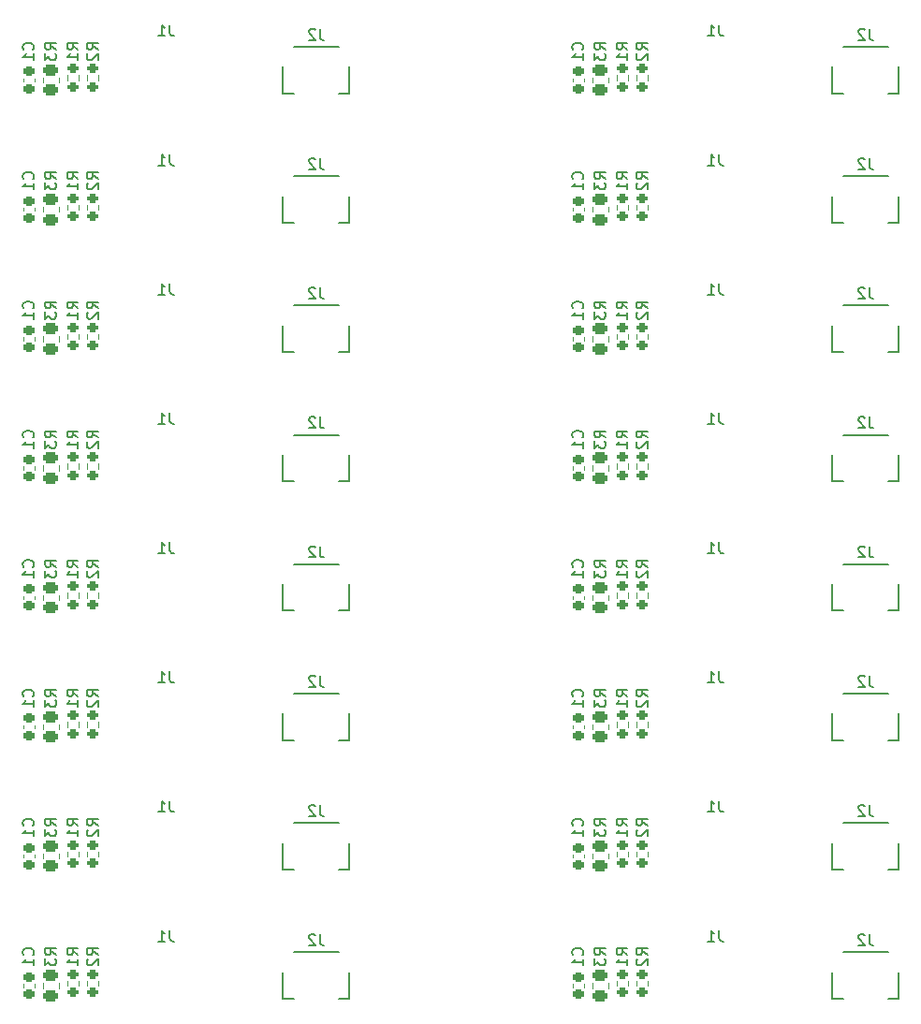
<source format=gbo>
%TF.GenerationSoftware,KiCad,Pcbnew,(6.0.5)*%
%TF.CreationDate,2022-06-15T20:47:15+08:00*%
%TF.ProjectId,panel,70616e65-6c2e-46b6-9963-61645f706362,rev?*%
%TF.SameCoordinates,Original*%
%TF.FileFunction,Legend,Bot*%
%TF.FilePolarity,Positive*%
%FSLAX46Y46*%
G04 Gerber Fmt 4.6, Leading zero omitted, Abs format (unit mm)*
G04 Created by KiCad (PCBNEW (6.0.5)) date 2022-06-15 20:47:15*
%MOMM*%
%LPD*%
G01*
G04 APERTURE LIST*
G04 Aperture macros list*
%AMRoundRect*
0 Rectangle with rounded corners*
0 $1 Rounding radius*
0 $2 $3 $4 $5 $6 $7 $8 $9 X,Y pos of 4 corners*
0 Add a 4 corners polygon primitive as box body*
4,1,4,$2,$3,$4,$5,$6,$7,$8,$9,$2,$3,0*
0 Add four circle primitives for the rounded corners*
1,1,$1+$1,$2,$3*
1,1,$1+$1,$4,$5*
1,1,$1+$1,$6,$7*
1,1,$1+$1,$8,$9*
0 Add four rect primitives between the rounded corners*
20,1,$1+$1,$2,$3,$4,$5,0*
20,1,$1+$1,$4,$5,$6,$7,0*
20,1,$1+$1,$6,$7,$8,$9,0*
20,1,$1+$1,$8,$9,$2,$3,0*%
G04 Aperture macros list end*
%ADD10C,0.150000*%
%ADD11C,0.120000*%
%ADD12C,0.100000*%
%ADD13C,0.500000*%
%ADD14C,0.800000*%
%ADD15C,6.400000*%
%ADD16C,0.650000*%
%ADD17R,0.575000X1.450000*%
%ADD18R,0.300000X1.450000*%
%ADD19O,1.200000X2.300000*%
%ADD20O,1.200000X1.800000*%
%ADD21RoundRect,0.249999X-0.450001X0.262501X-0.450001X-0.262501X0.450001X-0.262501X0.450001X0.262501X0*%
%ADD22RoundRect,0.200000X0.275000X-0.200000X0.275000X0.200000X-0.275000X0.200000X-0.275000X-0.200000X0*%
%ADD23R,0.600000X1.550000*%
%ADD24R,1.200000X1.800000*%
%ADD25RoundRect,0.225000X-0.250000X0.225000X-0.250000X-0.225000X0.250000X-0.225000X0.250000X0.225000X0*%
G04 APERTURE END LIST*
D10*
%TO.C,J1*%
X45681981Y-47602380D02*
X45681981Y-48316666D01*
X45729600Y-48459523D01*
X45824838Y-48554761D01*
X45967695Y-48602380D01*
X46062933Y-48602380D01*
X44681981Y-48602380D02*
X45253409Y-48602380D01*
X44967695Y-48602380D02*
X44967695Y-47602380D01*
X45062933Y-47745238D01*
X45158171Y-47840476D01*
X45253409Y-47888095D01*
%TO.C,R3*%
X35401028Y-61533333D02*
X34924838Y-61200000D01*
X35401028Y-60961904D02*
X34401028Y-60961904D01*
X34401028Y-61342857D01*
X34448648Y-61438095D01*
X34496267Y-61485714D01*
X34591505Y-61533333D01*
X34734362Y-61533333D01*
X34829600Y-61485714D01*
X34877219Y-61438095D01*
X34924838Y-61342857D01*
X34924838Y-60961904D01*
X34401028Y-61866666D02*
X34401028Y-62485714D01*
X34781981Y-62152380D01*
X34781981Y-62295238D01*
X34829600Y-62390476D01*
X34877219Y-62438095D01*
X34972457Y-62485714D01*
X35210552Y-62485714D01*
X35305790Y-62438095D01*
X35353409Y-62390476D01*
X35401028Y-62295238D01*
X35401028Y-62009523D01*
X35353409Y-61914285D01*
X35305790Y-61866666D01*
%TO.C,R1*%
X37401028Y-61533333D02*
X36924838Y-61200000D01*
X37401028Y-60961904D02*
X36401028Y-60961904D01*
X36401028Y-61342857D01*
X36448648Y-61438095D01*
X36496267Y-61485714D01*
X36591505Y-61533333D01*
X36734362Y-61533333D01*
X36829600Y-61485714D01*
X36877219Y-61438095D01*
X36924838Y-61342857D01*
X36924838Y-60961904D01*
X37401028Y-62485714D02*
X37401028Y-61914285D01*
X37401028Y-62200000D02*
X36401028Y-62200000D01*
X36543886Y-62104761D01*
X36639124Y-62009523D01*
X36686743Y-61914285D01*
%TO.C,J2*%
X108976981Y-47965380D02*
X108976981Y-48679666D01*
X109024600Y-48822523D01*
X109119838Y-48917761D01*
X109262695Y-48965380D01*
X109357933Y-48965380D01*
X108548409Y-48060619D02*
X108500790Y-48013000D01*
X108405552Y-47965380D01*
X108167457Y-47965380D01*
X108072219Y-48013000D01*
X108024600Y-48060619D01*
X107976981Y-48155857D01*
X107976981Y-48251095D01*
X108024600Y-48393952D01*
X108596028Y-48965380D01*
X107976981Y-48965380D01*
X108976981Y-106465380D02*
X108976981Y-107179666D01*
X109024600Y-107322523D01*
X109119838Y-107417761D01*
X109262695Y-107465380D01*
X109357933Y-107465380D01*
X108548409Y-106560619D02*
X108500790Y-106513000D01*
X108405552Y-106465380D01*
X108167457Y-106465380D01*
X108072219Y-106513000D01*
X108024600Y-106560619D01*
X107976981Y-106655857D01*
X107976981Y-106751095D01*
X108024600Y-106893952D01*
X108596028Y-107465380D01*
X107976981Y-107465380D01*
%TO.C,R3*%
X85101028Y-84933333D02*
X84624838Y-84600000D01*
X85101028Y-84361904D02*
X84101028Y-84361904D01*
X84101028Y-84742857D01*
X84148648Y-84838095D01*
X84196267Y-84885714D01*
X84291505Y-84933333D01*
X84434362Y-84933333D01*
X84529600Y-84885714D01*
X84577219Y-84838095D01*
X84624838Y-84742857D01*
X84624838Y-84361904D01*
X84101028Y-85266666D02*
X84101028Y-85885714D01*
X84481981Y-85552380D01*
X84481981Y-85695238D01*
X84529600Y-85790476D01*
X84577219Y-85838095D01*
X84672457Y-85885714D01*
X84910552Y-85885714D01*
X85005790Y-85838095D01*
X85053409Y-85790476D01*
X85101028Y-85695238D01*
X85101028Y-85409523D01*
X85053409Y-85314285D01*
X85005790Y-85266666D01*
%TO.C,C1*%
X33305790Y-49833333D02*
X33353409Y-49785714D01*
X33401028Y-49642857D01*
X33401028Y-49547619D01*
X33353409Y-49404761D01*
X33258171Y-49309523D01*
X33162933Y-49261904D01*
X32972457Y-49214285D01*
X32829600Y-49214285D01*
X32639124Y-49261904D01*
X32543886Y-49309523D01*
X32448648Y-49404761D01*
X32401028Y-49547619D01*
X32401028Y-49642857D01*
X32448648Y-49785714D01*
X32496267Y-49833333D01*
X33401028Y-50785714D02*
X33401028Y-50214285D01*
X33401028Y-50500000D02*
X32401028Y-50500000D01*
X32543886Y-50404761D01*
X32639124Y-50309523D01*
X32686743Y-50214285D01*
%TO.C,J1*%
X95381981Y-82702380D02*
X95381981Y-83416666D01*
X95429600Y-83559523D01*
X95524838Y-83654761D01*
X95667695Y-83702380D01*
X95762933Y-83702380D01*
X94381981Y-83702380D02*
X94953409Y-83702380D01*
X94667695Y-83702380D02*
X94667695Y-82702380D01*
X94762933Y-82845238D01*
X94858171Y-82940476D01*
X94953409Y-82988095D01*
X95381981Y-94402380D02*
X95381981Y-95116666D01*
X95429600Y-95259523D01*
X95524838Y-95354761D01*
X95667695Y-95402380D01*
X95762933Y-95402380D01*
X94381981Y-95402380D02*
X94953409Y-95402380D01*
X94667695Y-95402380D02*
X94667695Y-94402380D01*
X94762933Y-94545238D01*
X94858171Y-94640476D01*
X94953409Y-94688095D01*
%TO.C,R1*%
X87101028Y-49833333D02*
X86624838Y-49500000D01*
X87101028Y-49261904D02*
X86101028Y-49261904D01*
X86101028Y-49642857D01*
X86148648Y-49738095D01*
X86196267Y-49785714D01*
X86291505Y-49833333D01*
X86434362Y-49833333D01*
X86529600Y-49785714D01*
X86577219Y-49738095D01*
X86624838Y-49642857D01*
X86624838Y-49261904D01*
X87101028Y-50785714D02*
X87101028Y-50214285D01*
X87101028Y-50500000D02*
X86101028Y-50500000D01*
X86243886Y-50404761D01*
X86339124Y-50309523D01*
X86386743Y-50214285D01*
%TO.C,C1*%
X33305790Y-61533333D02*
X33353409Y-61485714D01*
X33401028Y-61342857D01*
X33401028Y-61247619D01*
X33353409Y-61104761D01*
X33258171Y-61009523D01*
X33162933Y-60961904D01*
X32972457Y-60914285D01*
X32829600Y-60914285D01*
X32639124Y-60961904D01*
X32543886Y-61009523D01*
X32448648Y-61104761D01*
X32401028Y-61247619D01*
X32401028Y-61342857D01*
X32448648Y-61485714D01*
X32496267Y-61533333D01*
X33401028Y-62485714D02*
X33401028Y-61914285D01*
X33401028Y-62200000D02*
X32401028Y-62200000D01*
X32543886Y-62104761D01*
X32639124Y-62009523D01*
X32686743Y-61914285D01*
%TO.C,J1*%
X45681981Y-24202380D02*
X45681981Y-24916666D01*
X45729600Y-25059523D01*
X45824838Y-25154761D01*
X45967695Y-25202380D01*
X46062933Y-25202380D01*
X44681981Y-25202380D02*
X45253409Y-25202380D01*
X44967695Y-25202380D02*
X44967695Y-24202380D01*
X45062933Y-24345238D01*
X45158171Y-24440476D01*
X45253409Y-24488095D01*
%TO.C,R2*%
X88901028Y-49833333D02*
X88424838Y-49500000D01*
X88901028Y-49261904D02*
X87901028Y-49261904D01*
X87901028Y-49642857D01*
X87948648Y-49738095D01*
X87996267Y-49785714D01*
X88091505Y-49833333D01*
X88234362Y-49833333D01*
X88329600Y-49785714D01*
X88377219Y-49738095D01*
X88424838Y-49642857D01*
X88424838Y-49261904D01*
X87996267Y-50214285D02*
X87948648Y-50261904D01*
X87901028Y-50357142D01*
X87901028Y-50595238D01*
X87948648Y-50690476D01*
X87996267Y-50738095D01*
X88091505Y-50785714D01*
X88186743Y-50785714D01*
X88329600Y-50738095D01*
X88901028Y-50166666D01*
X88901028Y-50785714D01*
%TO.C,J2*%
X59276981Y-59665380D02*
X59276981Y-60379666D01*
X59324600Y-60522523D01*
X59419838Y-60617761D01*
X59562695Y-60665380D01*
X59657933Y-60665380D01*
X58848409Y-59760619D02*
X58800790Y-59713000D01*
X58705552Y-59665380D01*
X58467457Y-59665380D01*
X58372219Y-59713000D01*
X58324600Y-59760619D01*
X58276981Y-59855857D01*
X58276981Y-59951095D01*
X58324600Y-60093952D01*
X58896028Y-60665380D01*
X58276981Y-60665380D01*
%TO.C,R1*%
X37401028Y-26433333D02*
X36924838Y-26100000D01*
X37401028Y-25861904D02*
X36401028Y-25861904D01*
X36401028Y-26242857D01*
X36448648Y-26338095D01*
X36496267Y-26385714D01*
X36591505Y-26433333D01*
X36734362Y-26433333D01*
X36829600Y-26385714D01*
X36877219Y-26338095D01*
X36924838Y-26242857D01*
X36924838Y-25861904D01*
X37401028Y-27385714D02*
X37401028Y-26814285D01*
X37401028Y-27100000D02*
X36401028Y-27100000D01*
X36543886Y-27004761D01*
X36639124Y-26909523D01*
X36686743Y-26814285D01*
%TO.C,J1*%
X45681981Y-82702380D02*
X45681981Y-83416666D01*
X45729600Y-83559523D01*
X45824838Y-83654761D01*
X45967695Y-83702380D01*
X46062933Y-83702380D01*
X44681981Y-83702380D02*
X45253409Y-83702380D01*
X44967695Y-83702380D02*
X44967695Y-82702380D01*
X45062933Y-82845238D01*
X45158171Y-82940476D01*
X45253409Y-82988095D01*
%TO.C,R2*%
X39201028Y-73233333D02*
X38724838Y-72900000D01*
X39201028Y-72661904D02*
X38201028Y-72661904D01*
X38201028Y-73042857D01*
X38248648Y-73138095D01*
X38296267Y-73185714D01*
X38391505Y-73233333D01*
X38534362Y-73233333D01*
X38629600Y-73185714D01*
X38677219Y-73138095D01*
X38724838Y-73042857D01*
X38724838Y-72661904D01*
X38296267Y-73614285D02*
X38248648Y-73661904D01*
X38201028Y-73757142D01*
X38201028Y-73995238D01*
X38248648Y-74090476D01*
X38296267Y-74138095D01*
X38391505Y-74185714D01*
X38486743Y-74185714D01*
X38629600Y-74138095D01*
X39201028Y-73566666D01*
X39201028Y-74185714D01*
%TO.C,J1*%
X95381981Y-59302380D02*
X95381981Y-60016666D01*
X95429600Y-60159523D01*
X95524838Y-60254761D01*
X95667695Y-60302380D01*
X95762933Y-60302380D01*
X94381981Y-60302380D02*
X94953409Y-60302380D01*
X94667695Y-60302380D02*
X94667695Y-59302380D01*
X94762933Y-59445238D01*
X94858171Y-59540476D01*
X94953409Y-59588095D01*
%TO.C,C1*%
X83005790Y-38133333D02*
X83053409Y-38085714D01*
X83101028Y-37942857D01*
X83101028Y-37847619D01*
X83053409Y-37704761D01*
X82958171Y-37609523D01*
X82862933Y-37561904D01*
X82672457Y-37514285D01*
X82529600Y-37514285D01*
X82339124Y-37561904D01*
X82243886Y-37609523D01*
X82148648Y-37704761D01*
X82101028Y-37847619D01*
X82101028Y-37942857D01*
X82148648Y-38085714D01*
X82196267Y-38133333D01*
X83101028Y-39085714D02*
X83101028Y-38514285D01*
X83101028Y-38800000D02*
X82101028Y-38800000D01*
X82243886Y-38704761D01*
X82339124Y-38609523D01*
X82386743Y-38514285D01*
%TO.C,J1*%
X95381981Y-106102380D02*
X95381981Y-106816666D01*
X95429600Y-106959523D01*
X95524838Y-107054761D01*
X95667695Y-107102380D01*
X95762933Y-107102380D01*
X94381981Y-107102380D02*
X94953409Y-107102380D01*
X94667695Y-107102380D02*
X94667695Y-106102380D01*
X94762933Y-106245238D01*
X94858171Y-106340476D01*
X94953409Y-106388095D01*
%TO.C,J2*%
X59276981Y-106465380D02*
X59276981Y-107179666D01*
X59324600Y-107322523D01*
X59419838Y-107417761D01*
X59562695Y-107465380D01*
X59657933Y-107465380D01*
X58848409Y-106560619D02*
X58800790Y-106513000D01*
X58705552Y-106465380D01*
X58467457Y-106465380D01*
X58372219Y-106513000D01*
X58324600Y-106560619D01*
X58276981Y-106655857D01*
X58276981Y-106751095D01*
X58324600Y-106893952D01*
X58896028Y-107465380D01*
X58276981Y-107465380D01*
%TO.C,R2*%
X88901028Y-26433333D02*
X88424838Y-26100000D01*
X88901028Y-25861904D02*
X87901028Y-25861904D01*
X87901028Y-26242857D01*
X87948648Y-26338095D01*
X87996267Y-26385714D01*
X88091505Y-26433333D01*
X88234362Y-26433333D01*
X88329600Y-26385714D01*
X88377219Y-26338095D01*
X88424838Y-26242857D01*
X88424838Y-25861904D01*
X87996267Y-26814285D02*
X87948648Y-26861904D01*
X87901028Y-26957142D01*
X87901028Y-27195238D01*
X87948648Y-27290476D01*
X87996267Y-27338095D01*
X88091505Y-27385714D01*
X88186743Y-27385714D01*
X88329600Y-27338095D01*
X88901028Y-26766666D01*
X88901028Y-27385714D01*
%TO.C,R3*%
X35401028Y-96633333D02*
X34924838Y-96300000D01*
X35401028Y-96061904D02*
X34401028Y-96061904D01*
X34401028Y-96442857D01*
X34448648Y-96538095D01*
X34496267Y-96585714D01*
X34591505Y-96633333D01*
X34734362Y-96633333D01*
X34829600Y-96585714D01*
X34877219Y-96538095D01*
X34924838Y-96442857D01*
X34924838Y-96061904D01*
X34401028Y-96966666D02*
X34401028Y-97585714D01*
X34781981Y-97252380D01*
X34781981Y-97395238D01*
X34829600Y-97490476D01*
X34877219Y-97538095D01*
X34972457Y-97585714D01*
X35210552Y-97585714D01*
X35305790Y-97538095D01*
X35353409Y-97490476D01*
X35401028Y-97395238D01*
X35401028Y-97109523D01*
X35353409Y-97014285D01*
X35305790Y-96966666D01*
%TO.C,R2*%
X88901028Y-108333333D02*
X88424838Y-108000000D01*
X88901028Y-107761904D02*
X87901028Y-107761904D01*
X87901028Y-108142857D01*
X87948648Y-108238095D01*
X87996267Y-108285714D01*
X88091505Y-108333333D01*
X88234362Y-108333333D01*
X88329600Y-108285714D01*
X88377219Y-108238095D01*
X88424838Y-108142857D01*
X88424838Y-107761904D01*
X87996267Y-108714285D02*
X87948648Y-108761904D01*
X87901028Y-108857142D01*
X87901028Y-109095238D01*
X87948648Y-109190476D01*
X87996267Y-109238095D01*
X88091505Y-109285714D01*
X88186743Y-109285714D01*
X88329600Y-109238095D01*
X88901028Y-108666666D01*
X88901028Y-109285714D01*
%TO.C,R3*%
X85101028Y-38133333D02*
X84624838Y-37800000D01*
X85101028Y-37561904D02*
X84101028Y-37561904D01*
X84101028Y-37942857D01*
X84148648Y-38038095D01*
X84196267Y-38085714D01*
X84291505Y-38133333D01*
X84434362Y-38133333D01*
X84529600Y-38085714D01*
X84577219Y-38038095D01*
X84624838Y-37942857D01*
X84624838Y-37561904D01*
X84101028Y-38466666D02*
X84101028Y-39085714D01*
X84481981Y-38752380D01*
X84481981Y-38895238D01*
X84529600Y-38990476D01*
X84577219Y-39038095D01*
X84672457Y-39085714D01*
X84910552Y-39085714D01*
X85005790Y-39038095D01*
X85053409Y-38990476D01*
X85101028Y-38895238D01*
X85101028Y-38609523D01*
X85053409Y-38514285D01*
X85005790Y-38466666D01*
%TO.C,J2*%
X108976981Y-24565380D02*
X108976981Y-25279666D01*
X109024600Y-25422523D01*
X109119838Y-25517761D01*
X109262695Y-25565380D01*
X109357933Y-25565380D01*
X108548409Y-24660619D02*
X108500790Y-24613000D01*
X108405552Y-24565380D01*
X108167457Y-24565380D01*
X108072219Y-24613000D01*
X108024600Y-24660619D01*
X107976981Y-24755857D01*
X107976981Y-24851095D01*
X108024600Y-24993952D01*
X108596028Y-25565380D01*
X107976981Y-25565380D01*
%TO.C,R1*%
X87101028Y-108333333D02*
X86624838Y-108000000D01*
X87101028Y-107761904D02*
X86101028Y-107761904D01*
X86101028Y-108142857D01*
X86148648Y-108238095D01*
X86196267Y-108285714D01*
X86291505Y-108333333D01*
X86434362Y-108333333D01*
X86529600Y-108285714D01*
X86577219Y-108238095D01*
X86624838Y-108142857D01*
X86624838Y-107761904D01*
X87101028Y-109285714D02*
X87101028Y-108714285D01*
X87101028Y-109000000D02*
X86101028Y-109000000D01*
X86243886Y-108904761D01*
X86339124Y-108809523D01*
X86386743Y-108714285D01*
%TO.C,J1*%
X45681981Y-71002380D02*
X45681981Y-71716666D01*
X45729600Y-71859523D01*
X45824838Y-71954761D01*
X45967695Y-72002380D01*
X46062933Y-72002380D01*
X44681981Y-72002380D02*
X45253409Y-72002380D01*
X44967695Y-72002380D02*
X44967695Y-71002380D01*
X45062933Y-71145238D01*
X45158171Y-71240476D01*
X45253409Y-71288095D01*
%TO.C,R2*%
X88901028Y-84933333D02*
X88424838Y-84600000D01*
X88901028Y-84361904D02*
X87901028Y-84361904D01*
X87901028Y-84742857D01*
X87948648Y-84838095D01*
X87996267Y-84885714D01*
X88091505Y-84933333D01*
X88234362Y-84933333D01*
X88329600Y-84885714D01*
X88377219Y-84838095D01*
X88424838Y-84742857D01*
X88424838Y-84361904D01*
X87996267Y-85314285D02*
X87948648Y-85361904D01*
X87901028Y-85457142D01*
X87901028Y-85695238D01*
X87948648Y-85790476D01*
X87996267Y-85838095D01*
X88091505Y-85885714D01*
X88186743Y-85885714D01*
X88329600Y-85838095D01*
X88901028Y-85266666D01*
X88901028Y-85885714D01*
%TO.C,C1*%
X33305790Y-73233333D02*
X33353409Y-73185714D01*
X33401028Y-73042857D01*
X33401028Y-72947619D01*
X33353409Y-72804761D01*
X33258171Y-72709523D01*
X33162933Y-72661904D01*
X32972457Y-72614285D01*
X32829600Y-72614285D01*
X32639124Y-72661904D01*
X32543886Y-72709523D01*
X32448648Y-72804761D01*
X32401028Y-72947619D01*
X32401028Y-73042857D01*
X32448648Y-73185714D01*
X32496267Y-73233333D01*
X33401028Y-74185714D02*
X33401028Y-73614285D01*
X33401028Y-73900000D02*
X32401028Y-73900000D01*
X32543886Y-73804761D01*
X32639124Y-73709523D01*
X32686743Y-73614285D01*
X33305790Y-38133333D02*
X33353409Y-38085714D01*
X33401028Y-37942857D01*
X33401028Y-37847619D01*
X33353409Y-37704761D01*
X33258171Y-37609523D01*
X33162933Y-37561904D01*
X32972457Y-37514285D01*
X32829600Y-37514285D01*
X32639124Y-37561904D01*
X32543886Y-37609523D01*
X32448648Y-37704761D01*
X32401028Y-37847619D01*
X32401028Y-37942857D01*
X32448648Y-38085714D01*
X32496267Y-38133333D01*
X33401028Y-39085714D02*
X33401028Y-38514285D01*
X33401028Y-38800000D02*
X32401028Y-38800000D01*
X32543886Y-38704761D01*
X32639124Y-38609523D01*
X32686743Y-38514285D01*
%TO.C,R1*%
X37401028Y-84933333D02*
X36924838Y-84600000D01*
X37401028Y-84361904D02*
X36401028Y-84361904D01*
X36401028Y-84742857D01*
X36448648Y-84838095D01*
X36496267Y-84885714D01*
X36591505Y-84933333D01*
X36734362Y-84933333D01*
X36829600Y-84885714D01*
X36877219Y-84838095D01*
X36924838Y-84742857D01*
X36924838Y-84361904D01*
X37401028Y-85885714D02*
X37401028Y-85314285D01*
X37401028Y-85600000D02*
X36401028Y-85600000D01*
X36543886Y-85504761D01*
X36639124Y-85409523D01*
X36686743Y-85314285D01*
%TO.C,J1*%
X45681981Y-35902380D02*
X45681981Y-36616666D01*
X45729600Y-36759523D01*
X45824838Y-36854761D01*
X45967695Y-36902380D01*
X46062933Y-36902380D01*
X44681981Y-36902380D02*
X45253409Y-36902380D01*
X44967695Y-36902380D02*
X44967695Y-35902380D01*
X45062933Y-36045238D01*
X45158171Y-36140476D01*
X45253409Y-36188095D01*
%TO.C,R2*%
X39201028Y-96633333D02*
X38724838Y-96300000D01*
X39201028Y-96061904D02*
X38201028Y-96061904D01*
X38201028Y-96442857D01*
X38248648Y-96538095D01*
X38296267Y-96585714D01*
X38391505Y-96633333D01*
X38534362Y-96633333D01*
X38629600Y-96585714D01*
X38677219Y-96538095D01*
X38724838Y-96442857D01*
X38724838Y-96061904D01*
X38296267Y-97014285D02*
X38248648Y-97061904D01*
X38201028Y-97157142D01*
X38201028Y-97395238D01*
X38248648Y-97490476D01*
X38296267Y-97538095D01*
X38391505Y-97585714D01*
X38486743Y-97585714D01*
X38629600Y-97538095D01*
X39201028Y-96966666D01*
X39201028Y-97585714D01*
%TO.C,R3*%
X35401028Y-73233333D02*
X34924838Y-72900000D01*
X35401028Y-72661904D02*
X34401028Y-72661904D01*
X34401028Y-73042857D01*
X34448648Y-73138095D01*
X34496267Y-73185714D01*
X34591505Y-73233333D01*
X34734362Y-73233333D01*
X34829600Y-73185714D01*
X34877219Y-73138095D01*
X34924838Y-73042857D01*
X34924838Y-72661904D01*
X34401028Y-73566666D02*
X34401028Y-74185714D01*
X34781981Y-73852380D01*
X34781981Y-73995238D01*
X34829600Y-74090476D01*
X34877219Y-74138095D01*
X34972457Y-74185714D01*
X35210552Y-74185714D01*
X35305790Y-74138095D01*
X35353409Y-74090476D01*
X35401028Y-73995238D01*
X35401028Y-73709523D01*
X35353409Y-73614285D01*
X35305790Y-73566666D01*
%TO.C,C1*%
X83005790Y-73233333D02*
X83053409Y-73185714D01*
X83101028Y-73042857D01*
X83101028Y-72947619D01*
X83053409Y-72804761D01*
X82958171Y-72709523D01*
X82862933Y-72661904D01*
X82672457Y-72614285D01*
X82529600Y-72614285D01*
X82339124Y-72661904D01*
X82243886Y-72709523D01*
X82148648Y-72804761D01*
X82101028Y-72947619D01*
X82101028Y-73042857D01*
X82148648Y-73185714D01*
X82196267Y-73233333D01*
X83101028Y-74185714D02*
X83101028Y-73614285D01*
X83101028Y-73900000D02*
X82101028Y-73900000D01*
X82243886Y-73804761D01*
X82339124Y-73709523D01*
X82386743Y-73614285D01*
%TO.C,R3*%
X85101028Y-26433333D02*
X84624838Y-26100000D01*
X85101028Y-25861904D02*
X84101028Y-25861904D01*
X84101028Y-26242857D01*
X84148648Y-26338095D01*
X84196267Y-26385714D01*
X84291505Y-26433333D01*
X84434362Y-26433333D01*
X84529600Y-26385714D01*
X84577219Y-26338095D01*
X84624838Y-26242857D01*
X84624838Y-25861904D01*
X84101028Y-26766666D02*
X84101028Y-27385714D01*
X84481981Y-27052380D01*
X84481981Y-27195238D01*
X84529600Y-27290476D01*
X84577219Y-27338095D01*
X84672457Y-27385714D01*
X84910552Y-27385714D01*
X85005790Y-27338095D01*
X85053409Y-27290476D01*
X85101028Y-27195238D01*
X85101028Y-26909523D01*
X85053409Y-26814285D01*
X85005790Y-26766666D01*
X35401028Y-49833333D02*
X34924838Y-49500000D01*
X35401028Y-49261904D02*
X34401028Y-49261904D01*
X34401028Y-49642857D01*
X34448648Y-49738095D01*
X34496267Y-49785714D01*
X34591505Y-49833333D01*
X34734362Y-49833333D01*
X34829600Y-49785714D01*
X34877219Y-49738095D01*
X34924838Y-49642857D01*
X34924838Y-49261904D01*
X34401028Y-50166666D02*
X34401028Y-50785714D01*
X34781981Y-50452380D01*
X34781981Y-50595238D01*
X34829600Y-50690476D01*
X34877219Y-50738095D01*
X34972457Y-50785714D01*
X35210552Y-50785714D01*
X35305790Y-50738095D01*
X35353409Y-50690476D01*
X35401028Y-50595238D01*
X35401028Y-50309523D01*
X35353409Y-50214285D01*
X35305790Y-50166666D01*
X35401028Y-26433333D02*
X34924838Y-26100000D01*
X35401028Y-25861904D02*
X34401028Y-25861904D01*
X34401028Y-26242857D01*
X34448648Y-26338095D01*
X34496267Y-26385714D01*
X34591505Y-26433333D01*
X34734362Y-26433333D01*
X34829600Y-26385714D01*
X34877219Y-26338095D01*
X34924838Y-26242857D01*
X34924838Y-25861904D01*
X34401028Y-26766666D02*
X34401028Y-27385714D01*
X34781981Y-27052380D01*
X34781981Y-27195238D01*
X34829600Y-27290476D01*
X34877219Y-27338095D01*
X34972457Y-27385714D01*
X35210552Y-27385714D01*
X35305790Y-27338095D01*
X35353409Y-27290476D01*
X35401028Y-27195238D01*
X35401028Y-26909523D01*
X35353409Y-26814285D01*
X35305790Y-26766666D01*
%TO.C,C1*%
X33305790Y-84933333D02*
X33353409Y-84885714D01*
X33401028Y-84742857D01*
X33401028Y-84647619D01*
X33353409Y-84504761D01*
X33258171Y-84409523D01*
X33162933Y-84361904D01*
X32972457Y-84314285D01*
X32829600Y-84314285D01*
X32639124Y-84361904D01*
X32543886Y-84409523D01*
X32448648Y-84504761D01*
X32401028Y-84647619D01*
X32401028Y-84742857D01*
X32448648Y-84885714D01*
X32496267Y-84933333D01*
X33401028Y-85885714D02*
X33401028Y-85314285D01*
X33401028Y-85600000D02*
X32401028Y-85600000D01*
X32543886Y-85504761D01*
X32639124Y-85409523D01*
X32686743Y-85314285D01*
%TO.C,J2*%
X108976981Y-83065380D02*
X108976981Y-83779666D01*
X109024600Y-83922523D01*
X109119838Y-84017761D01*
X109262695Y-84065380D01*
X109357933Y-84065380D01*
X108548409Y-83160619D02*
X108500790Y-83113000D01*
X108405552Y-83065380D01*
X108167457Y-83065380D01*
X108072219Y-83113000D01*
X108024600Y-83160619D01*
X107976981Y-83255857D01*
X107976981Y-83351095D01*
X108024600Y-83493952D01*
X108596028Y-84065380D01*
X107976981Y-84065380D01*
%TO.C,R1*%
X87101028Y-61533333D02*
X86624838Y-61200000D01*
X87101028Y-60961904D02*
X86101028Y-60961904D01*
X86101028Y-61342857D01*
X86148648Y-61438095D01*
X86196267Y-61485714D01*
X86291505Y-61533333D01*
X86434362Y-61533333D01*
X86529600Y-61485714D01*
X86577219Y-61438095D01*
X86624838Y-61342857D01*
X86624838Y-60961904D01*
X87101028Y-62485714D02*
X87101028Y-61914285D01*
X87101028Y-62200000D02*
X86101028Y-62200000D01*
X86243886Y-62104761D01*
X86339124Y-62009523D01*
X86386743Y-61914285D01*
%TO.C,J1*%
X95381981Y-24202380D02*
X95381981Y-24916666D01*
X95429600Y-25059523D01*
X95524838Y-25154761D01*
X95667695Y-25202380D01*
X95762933Y-25202380D01*
X94381981Y-25202380D02*
X94953409Y-25202380D01*
X94667695Y-25202380D02*
X94667695Y-24202380D01*
X94762933Y-24345238D01*
X94858171Y-24440476D01*
X94953409Y-24488095D01*
X45681981Y-59302380D02*
X45681981Y-60016666D01*
X45729600Y-60159523D01*
X45824838Y-60254761D01*
X45967695Y-60302380D01*
X46062933Y-60302380D01*
X44681981Y-60302380D02*
X45253409Y-60302380D01*
X44967695Y-60302380D02*
X44967695Y-59302380D01*
X45062933Y-59445238D01*
X45158171Y-59540476D01*
X45253409Y-59588095D01*
%TO.C,R1*%
X87101028Y-84933333D02*
X86624838Y-84600000D01*
X87101028Y-84361904D02*
X86101028Y-84361904D01*
X86101028Y-84742857D01*
X86148648Y-84838095D01*
X86196267Y-84885714D01*
X86291505Y-84933333D01*
X86434362Y-84933333D01*
X86529600Y-84885714D01*
X86577219Y-84838095D01*
X86624838Y-84742857D01*
X86624838Y-84361904D01*
X87101028Y-85885714D02*
X87101028Y-85314285D01*
X87101028Y-85600000D02*
X86101028Y-85600000D01*
X86243886Y-85504761D01*
X86339124Y-85409523D01*
X86386743Y-85314285D01*
%TO.C,R2*%
X39201028Y-108333333D02*
X38724838Y-108000000D01*
X39201028Y-107761904D02*
X38201028Y-107761904D01*
X38201028Y-108142857D01*
X38248648Y-108238095D01*
X38296267Y-108285714D01*
X38391505Y-108333333D01*
X38534362Y-108333333D01*
X38629600Y-108285714D01*
X38677219Y-108238095D01*
X38724838Y-108142857D01*
X38724838Y-107761904D01*
X38296267Y-108714285D02*
X38248648Y-108761904D01*
X38201028Y-108857142D01*
X38201028Y-109095238D01*
X38248648Y-109190476D01*
X38296267Y-109238095D01*
X38391505Y-109285714D01*
X38486743Y-109285714D01*
X38629600Y-109238095D01*
X39201028Y-108666666D01*
X39201028Y-109285714D01*
%TO.C,C1*%
X83005790Y-108333333D02*
X83053409Y-108285714D01*
X83101028Y-108142857D01*
X83101028Y-108047619D01*
X83053409Y-107904761D01*
X82958171Y-107809523D01*
X82862933Y-107761904D01*
X82672457Y-107714285D01*
X82529600Y-107714285D01*
X82339124Y-107761904D01*
X82243886Y-107809523D01*
X82148648Y-107904761D01*
X82101028Y-108047619D01*
X82101028Y-108142857D01*
X82148648Y-108285714D01*
X82196267Y-108333333D01*
X83101028Y-109285714D02*
X83101028Y-108714285D01*
X83101028Y-109000000D02*
X82101028Y-109000000D01*
X82243886Y-108904761D01*
X82339124Y-108809523D01*
X82386743Y-108714285D01*
%TO.C,R2*%
X88901028Y-73233333D02*
X88424838Y-72900000D01*
X88901028Y-72661904D02*
X87901028Y-72661904D01*
X87901028Y-73042857D01*
X87948648Y-73138095D01*
X87996267Y-73185714D01*
X88091505Y-73233333D01*
X88234362Y-73233333D01*
X88329600Y-73185714D01*
X88377219Y-73138095D01*
X88424838Y-73042857D01*
X88424838Y-72661904D01*
X87996267Y-73614285D02*
X87948648Y-73661904D01*
X87901028Y-73757142D01*
X87901028Y-73995238D01*
X87948648Y-74090476D01*
X87996267Y-74138095D01*
X88091505Y-74185714D01*
X88186743Y-74185714D01*
X88329600Y-74138095D01*
X88901028Y-73566666D01*
X88901028Y-74185714D01*
%TO.C,R1*%
X87101028Y-38133333D02*
X86624838Y-37800000D01*
X87101028Y-37561904D02*
X86101028Y-37561904D01*
X86101028Y-37942857D01*
X86148648Y-38038095D01*
X86196267Y-38085714D01*
X86291505Y-38133333D01*
X86434362Y-38133333D01*
X86529600Y-38085714D01*
X86577219Y-38038095D01*
X86624838Y-37942857D01*
X86624838Y-37561904D01*
X87101028Y-39085714D02*
X87101028Y-38514285D01*
X87101028Y-38800000D02*
X86101028Y-38800000D01*
X86243886Y-38704761D01*
X86339124Y-38609523D01*
X86386743Y-38514285D01*
%TO.C,R2*%
X39201028Y-38133333D02*
X38724838Y-37800000D01*
X39201028Y-37561904D02*
X38201028Y-37561904D01*
X38201028Y-37942857D01*
X38248648Y-38038095D01*
X38296267Y-38085714D01*
X38391505Y-38133333D01*
X38534362Y-38133333D01*
X38629600Y-38085714D01*
X38677219Y-38038095D01*
X38724838Y-37942857D01*
X38724838Y-37561904D01*
X38296267Y-38514285D02*
X38248648Y-38561904D01*
X38201028Y-38657142D01*
X38201028Y-38895238D01*
X38248648Y-38990476D01*
X38296267Y-39038095D01*
X38391505Y-39085714D01*
X38486743Y-39085714D01*
X38629600Y-39038095D01*
X39201028Y-38466666D01*
X39201028Y-39085714D01*
%TO.C,J2*%
X108976981Y-59665380D02*
X108976981Y-60379666D01*
X109024600Y-60522523D01*
X109119838Y-60617761D01*
X109262695Y-60665380D01*
X109357933Y-60665380D01*
X108548409Y-59760619D02*
X108500790Y-59713000D01*
X108405552Y-59665380D01*
X108167457Y-59665380D01*
X108072219Y-59713000D01*
X108024600Y-59760619D01*
X107976981Y-59855857D01*
X107976981Y-59951095D01*
X108024600Y-60093952D01*
X108596028Y-60665380D01*
X107976981Y-60665380D01*
%TO.C,C1*%
X83005790Y-96633333D02*
X83053409Y-96585714D01*
X83101028Y-96442857D01*
X83101028Y-96347619D01*
X83053409Y-96204761D01*
X82958171Y-96109523D01*
X82862933Y-96061904D01*
X82672457Y-96014285D01*
X82529600Y-96014285D01*
X82339124Y-96061904D01*
X82243886Y-96109523D01*
X82148648Y-96204761D01*
X82101028Y-96347619D01*
X82101028Y-96442857D01*
X82148648Y-96585714D01*
X82196267Y-96633333D01*
X83101028Y-97585714D02*
X83101028Y-97014285D01*
X83101028Y-97300000D02*
X82101028Y-97300000D01*
X82243886Y-97204761D01*
X82339124Y-97109523D01*
X82386743Y-97014285D01*
%TO.C,R2*%
X88901028Y-38133333D02*
X88424838Y-37800000D01*
X88901028Y-37561904D02*
X87901028Y-37561904D01*
X87901028Y-37942857D01*
X87948648Y-38038095D01*
X87996267Y-38085714D01*
X88091505Y-38133333D01*
X88234362Y-38133333D01*
X88329600Y-38085714D01*
X88377219Y-38038095D01*
X88424838Y-37942857D01*
X88424838Y-37561904D01*
X87996267Y-38514285D02*
X87948648Y-38561904D01*
X87901028Y-38657142D01*
X87901028Y-38895238D01*
X87948648Y-38990476D01*
X87996267Y-39038095D01*
X88091505Y-39085714D01*
X88186743Y-39085714D01*
X88329600Y-39038095D01*
X88901028Y-38466666D01*
X88901028Y-39085714D01*
X39201028Y-26433333D02*
X38724838Y-26100000D01*
X39201028Y-25861904D02*
X38201028Y-25861904D01*
X38201028Y-26242857D01*
X38248648Y-26338095D01*
X38296267Y-26385714D01*
X38391505Y-26433333D01*
X38534362Y-26433333D01*
X38629600Y-26385714D01*
X38677219Y-26338095D01*
X38724838Y-26242857D01*
X38724838Y-25861904D01*
X38296267Y-26814285D02*
X38248648Y-26861904D01*
X38201028Y-26957142D01*
X38201028Y-27195238D01*
X38248648Y-27290476D01*
X38296267Y-27338095D01*
X38391505Y-27385714D01*
X38486743Y-27385714D01*
X38629600Y-27338095D01*
X39201028Y-26766666D01*
X39201028Y-27385714D01*
%TO.C,R1*%
X37401028Y-73233333D02*
X36924838Y-72900000D01*
X37401028Y-72661904D02*
X36401028Y-72661904D01*
X36401028Y-73042857D01*
X36448648Y-73138095D01*
X36496267Y-73185714D01*
X36591505Y-73233333D01*
X36734362Y-73233333D01*
X36829600Y-73185714D01*
X36877219Y-73138095D01*
X36924838Y-73042857D01*
X36924838Y-72661904D01*
X37401028Y-74185714D02*
X37401028Y-73614285D01*
X37401028Y-73900000D02*
X36401028Y-73900000D01*
X36543886Y-73804761D01*
X36639124Y-73709523D01*
X36686743Y-73614285D01*
%TO.C,R3*%
X85101028Y-61533333D02*
X84624838Y-61200000D01*
X85101028Y-60961904D02*
X84101028Y-60961904D01*
X84101028Y-61342857D01*
X84148648Y-61438095D01*
X84196267Y-61485714D01*
X84291505Y-61533333D01*
X84434362Y-61533333D01*
X84529600Y-61485714D01*
X84577219Y-61438095D01*
X84624838Y-61342857D01*
X84624838Y-60961904D01*
X84101028Y-61866666D02*
X84101028Y-62485714D01*
X84481981Y-62152380D01*
X84481981Y-62295238D01*
X84529600Y-62390476D01*
X84577219Y-62438095D01*
X84672457Y-62485714D01*
X84910552Y-62485714D01*
X85005790Y-62438095D01*
X85053409Y-62390476D01*
X85101028Y-62295238D01*
X85101028Y-62009523D01*
X85053409Y-61914285D01*
X85005790Y-61866666D01*
%TO.C,J1*%
X45681981Y-94402380D02*
X45681981Y-95116666D01*
X45729600Y-95259523D01*
X45824838Y-95354761D01*
X45967695Y-95402380D01*
X46062933Y-95402380D01*
X44681981Y-95402380D02*
X45253409Y-95402380D01*
X44967695Y-95402380D02*
X44967695Y-94402380D01*
X45062933Y-94545238D01*
X45158171Y-94640476D01*
X45253409Y-94688095D01*
%TO.C,J2*%
X108976981Y-36265380D02*
X108976981Y-36979666D01*
X109024600Y-37122523D01*
X109119838Y-37217761D01*
X109262695Y-37265380D01*
X109357933Y-37265380D01*
X108548409Y-36360619D02*
X108500790Y-36313000D01*
X108405552Y-36265380D01*
X108167457Y-36265380D01*
X108072219Y-36313000D01*
X108024600Y-36360619D01*
X107976981Y-36455857D01*
X107976981Y-36551095D01*
X108024600Y-36693952D01*
X108596028Y-37265380D01*
X107976981Y-37265380D01*
%TO.C,R3*%
X85101028Y-96633333D02*
X84624838Y-96300000D01*
X85101028Y-96061904D02*
X84101028Y-96061904D01*
X84101028Y-96442857D01*
X84148648Y-96538095D01*
X84196267Y-96585714D01*
X84291505Y-96633333D01*
X84434362Y-96633333D01*
X84529600Y-96585714D01*
X84577219Y-96538095D01*
X84624838Y-96442857D01*
X84624838Y-96061904D01*
X84101028Y-96966666D02*
X84101028Y-97585714D01*
X84481981Y-97252380D01*
X84481981Y-97395238D01*
X84529600Y-97490476D01*
X84577219Y-97538095D01*
X84672457Y-97585714D01*
X84910552Y-97585714D01*
X85005790Y-97538095D01*
X85053409Y-97490476D01*
X85101028Y-97395238D01*
X85101028Y-97109523D01*
X85053409Y-97014285D01*
X85005790Y-96966666D01*
%TO.C,R1*%
X87101028Y-26433333D02*
X86624838Y-26100000D01*
X87101028Y-25861904D02*
X86101028Y-25861904D01*
X86101028Y-26242857D01*
X86148648Y-26338095D01*
X86196267Y-26385714D01*
X86291505Y-26433333D01*
X86434362Y-26433333D01*
X86529600Y-26385714D01*
X86577219Y-26338095D01*
X86624838Y-26242857D01*
X86624838Y-25861904D01*
X87101028Y-27385714D02*
X87101028Y-26814285D01*
X87101028Y-27100000D02*
X86101028Y-27100000D01*
X86243886Y-27004761D01*
X86339124Y-26909523D01*
X86386743Y-26814285D01*
%TO.C,R3*%
X35401028Y-38133333D02*
X34924838Y-37800000D01*
X35401028Y-37561904D02*
X34401028Y-37561904D01*
X34401028Y-37942857D01*
X34448648Y-38038095D01*
X34496267Y-38085714D01*
X34591505Y-38133333D01*
X34734362Y-38133333D01*
X34829600Y-38085714D01*
X34877219Y-38038095D01*
X34924838Y-37942857D01*
X34924838Y-37561904D01*
X34401028Y-38466666D02*
X34401028Y-39085714D01*
X34781981Y-38752380D01*
X34781981Y-38895238D01*
X34829600Y-38990476D01*
X34877219Y-39038095D01*
X34972457Y-39085714D01*
X35210552Y-39085714D01*
X35305790Y-39038095D01*
X35353409Y-38990476D01*
X35401028Y-38895238D01*
X35401028Y-38609523D01*
X35353409Y-38514285D01*
X35305790Y-38466666D01*
%TO.C,J2*%
X108976981Y-71365380D02*
X108976981Y-72079666D01*
X109024600Y-72222523D01*
X109119838Y-72317761D01*
X109262695Y-72365380D01*
X109357933Y-72365380D01*
X108548409Y-71460619D02*
X108500790Y-71413000D01*
X108405552Y-71365380D01*
X108167457Y-71365380D01*
X108072219Y-71413000D01*
X108024600Y-71460619D01*
X107976981Y-71555857D01*
X107976981Y-71651095D01*
X108024600Y-71793952D01*
X108596028Y-72365380D01*
X107976981Y-72365380D01*
X59276981Y-83065380D02*
X59276981Y-83779666D01*
X59324600Y-83922523D01*
X59419838Y-84017761D01*
X59562695Y-84065380D01*
X59657933Y-84065380D01*
X58848409Y-83160619D02*
X58800790Y-83113000D01*
X58705552Y-83065380D01*
X58467457Y-83065380D01*
X58372219Y-83113000D01*
X58324600Y-83160619D01*
X58276981Y-83255857D01*
X58276981Y-83351095D01*
X58324600Y-83493952D01*
X58896028Y-84065380D01*
X58276981Y-84065380D01*
%TO.C,R3*%
X85101028Y-73233333D02*
X84624838Y-72900000D01*
X85101028Y-72661904D02*
X84101028Y-72661904D01*
X84101028Y-73042857D01*
X84148648Y-73138095D01*
X84196267Y-73185714D01*
X84291505Y-73233333D01*
X84434362Y-73233333D01*
X84529600Y-73185714D01*
X84577219Y-73138095D01*
X84624838Y-73042857D01*
X84624838Y-72661904D01*
X84101028Y-73566666D02*
X84101028Y-74185714D01*
X84481981Y-73852380D01*
X84481981Y-73995238D01*
X84529600Y-74090476D01*
X84577219Y-74138095D01*
X84672457Y-74185714D01*
X84910552Y-74185714D01*
X85005790Y-74138095D01*
X85053409Y-74090476D01*
X85101028Y-73995238D01*
X85101028Y-73709523D01*
X85053409Y-73614285D01*
X85005790Y-73566666D01*
%TO.C,J2*%
X59276981Y-71365380D02*
X59276981Y-72079666D01*
X59324600Y-72222523D01*
X59419838Y-72317761D01*
X59562695Y-72365380D01*
X59657933Y-72365380D01*
X58848409Y-71460619D02*
X58800790Y-71413000D01*
X58705552Y-71365380D01*
X58467457Y-71365380D01*
X58372219Y-71413000D01*
X58324600Y-71460619D01*
X58276981Y-71555857D01*
X58276981Y-71651095D01*
X58324600Y-71793952D01*
X58896028Y-72365380D01*
X58276981Y-72365380D01*
X59276981Y-24565380D02*
X59276981Y-25279666D01*
X59324600Y-25422523D01*
X59419838Y-25517761D01*
X59562695Y-25565380D01*
X59657933Y-25565380D01*
X58848409Y-24660619D02*
X58800790Y-24613000D01*
X58705552Y-24565380D01*
X58467457Y-24565380D01*
X58372219Y-24613000D01*
X58324600Y-24660619D01*
X58276981Y-24755857D01*
X58276981Y-24851095D01*
X58324600Y-24993952D01*
X58896028Y-25565380D01*
X58276981Y-25565380D01*
%TO.C,C1*%
X83005790Y-61533333D02*
X83053409Y-61485714D01*
X83101028Y-61342857D01*
X83101028Y-61247619D01*
X83053409Y-61104761D01*
X82958171Y-61009523D01*
X82862933Y-60961904D01*
X82672457Y-60914285D01*
X82529600Y-60914285D01*
X82339124Y-60961904D01*
X82243886Y-61009523D01*
X82148648Y-61104761D01*
X82101028Y-61247619D01*
X82101028Y-61342857D01*
X82148648Y-61485714D01*
X82196267Y-61533333D01*
X83101028Y-62485714D02*
X83101028Y-61914285D01*
X83101028Y-62200000D02*
X82101028Y-62200000D01*
X82243886Y-62104761D01*
X82339124Y-62009523D01*
X82386743Y-61914285D01*
X33305790Y-96633333D02*
X33353409Y-96585714D01*
X33401028Y-96442857D01*
X33401028Y-96347619D01*
X33353409Y-96204761D01*
X33258171Y-96109523D01*
X33162933Y-96061904D01*
X32972457Y-96014285D01*
X32829600Y-96014285D01*
X32639124Y-96061904D01*
X32543886Y-96109523D01*
X32448648Y-96204761D01*
X32401028Y-96347619D01*
X32401028Y-96442857D01*
X32448648Y-96585714D01*
X32496267Y-96633333D01*
X33401028Y-97585714D02*
X33401028Y-97014285D01*
X33401028Y-97300000D02*
X32401028Y-97300000D01*
X32543886Y-97204761D01*
X32639124Y-97109523D01*
X32686743Y-97014285D01*
%TO.C,R2*%
X39201028Y-84933333D02*
X38724838Y-84600000D01*
X39201028Y-84361904D02*
X38201028Y-84361904D01*
X38201028Y-84742857D01*
X38248648Y-84838095D01*
X38296267Y-84885714D01*
X38391505Y-84933333D01*
X38534362Y-84933333D01*
X38629600Y-84885714D01*
X38677219Y-84838095D01*
X38724838Y-84742857D01*
X38724838Y-84361904D01*
X38296267Y-85314285D02*
X38248648Y-85361904D01*
X38201028Y-85457142D01*
X38201028Y-85695238D01*
X38248648Y-85790476D01*
X38296267Y-85838095D01*
X38391505Y-85885714D01*
X38486743Y-85885714D01*
X38629600Y-85838095D01*
X39201028Y-85266666D01*
X39201028Y-85885714D01*
%TO.C,J2*%
X59276981Y-47965380D02*
X59276981Y-48679666D01*
X59324600Y-48822523D01*
X59419838Y-48917761D01*
X59562695Y-48965380D01*
X59657933Y-48965380D01*
X58848409Y-48060619D02*
X58800790Y-48013000D01*
X58705552Y-47965380D01*
X58467457Y-47965380D01*
X58372219Y-48013000D01*
X58324600Y-48060619D01*
X58276981Y-48155857D01*
X58276981Y-48251095D01*
X58324600Y-48393952D01*
X58896028Y-48965380D01*
X58276981Y-48965380D01*
%TO.C,R3*%
X85101028Y-49833333D02*
X84624838Y-49500000D01*
X85101028Y-49261904D02*
X84101028Y-49261904D01*
X84101028Y-49642857D01*
X84148648Y-49738095D01*
X84196267Y-49785714D01*
X84291505Y-49833333D01*
X84434362Y-49833333D01*
X84529600Y-49785714D01*
X84577219Y-49738095D01*
X84624838Y-49642857D01*
X84624838Y-49261904D01*
X84101028Y-50166666D02*
X84101028Y-50785714D01*
X84481981Y-50452380D01*
X84481981Y-50595238D01*
X84529600Y-50690476D01*
X84577219Y-50738095D01*
X84672457Y-50785714D01*
X84910552Y-50785714D01*
X85005790Y-50738095D01*
X85053409Y-50690476D01*
X85101028Y-50595238D01*
X85101028Y-50309523D01*
X85053409Y-50214285D01*
X85005790Y-50166666D01*
%TO.C,J1*%
X95381981Y-47602380D02*
X95381981Y-48316666D01*
X95429600Y-48459523D01*
X95524838Y-48554761D01*
X95667695Y-48602380D01*
X95762933Y-48602380D01*
X94381981Y-48602380D02*
X94953409Y-48602380D01*
X94667695Y-48602380D02*
X94667695Y-47602380D01*
X94762933Y-47745238D01*
X94858171Y-47840476D01*
X94953409Y-47888095D01*
%TO.C,C1*%
X33305790Y-108333333D02*
X33353409Y-108285714D01*
X33401028Y-108142857D01*
X33401028Y-108047619D01*
X33353409Y-107904761D01*
X33258171Y-107809523D01*
X33162933Y-107761904D01*
X32972457Y-107714285D01*
X32829600Y-107714285D01*
X32639124Y-107761904D01*
X32543886Y-107809523D01*
X32448648Y-107904761D01*
X32401028Y-108047619D01*
X32401028Y-108142857D01*
X32448648Y-108285714D01*
X32496267Y-108333333D01*
X33401028Y-109285714D02*
X33401028Y-108714285D01*
X33401028Y-109000000D02*
X32401028Y-109000000D01*
X32543886Y-108904761D01*
X32639124Y-108809523D01*
X32686743Y-108714285D01*
%TO.C,R3*%
X85101028Y-108333333D02*
X84624838Y-108000000D01*
X85101028Y-107761904D02*
X84101028Y-107761904D01*
X84101028Y-108142857D01*
X84148648Y-108238095D01*
X84196267Y-108285714D01*
X84291505Y-108333333D01*
X84434362Y-108333333D01*
X84529600Y-108285714D01*
X84577219Y-108238095D01*
X84624838Y-108142857D01*
X84624838Y-107761904D01*
X84101028Y-108666666D02*
X84101028Y-109285714D01*
X84481981Y-108952380D01*
X84481981Y-109095238D01*
X84529600Y-109190476D01*
X84577219Y-109238095D01*
X84672457Y-109285714D01*
X84910552Y-109285714D01*
X85005790Y-109238095D01*
X85053409Y-109190476D01*
X85101028Y-109095238D01*
X85101028Y-108809523D01*
X85053409Y-108714285D01*
X85005790Y-108666666D01*
%TO.C,C1*%
X83005790Y-26433333D02*
X83053409Y-26385714D01*
X83101028Y-26242857D01*
X83101028Y-26147619D01*
X83053409Y-26004761D01*
X82958171Y-25909523D01*
X82862933Y-25861904D01*
X82672457Y-25814285D01*
X82529600Y-25814285D01*
X82339124Y-25861904D01*
X82243886Y-25909523D01*
X82148648Y-26004761D01*
X82101028Y-26147619D01*
X82101028Y-26242857D01*
X82148648Y-26385714D01*
X82196267Y-26433333D01*
X83101028Y-27385714D02*
X83101028Y-26814285D01*
X83101028Y-27100000D02*
X82101028Y-27100000D01*
X82243886Y-27004761D01*
X82339124Y-26909523D01*
X82386743Y-26814285D01*
%TO.C,J2*%
X59276981Y-94765380D02*
X59276981Y-95479666D01*
X59324600Y-95622523D01*
X59419838Y-95717761D01*
X59562695Y-95765380D01*
X59657933Y-95765380D01*
X58848409Y-94860619D02*
X58800790Y-94813000D01*
X58705552Y-94765380D01*
X58467457Y-94765380D01*
X58372219Y-94813000D01*
X58324600Y-94860619D01*
X58276981Y-94955857D01*
X58276981Y-95051095D01*
X58324600Y-95193952D01*
X58896028Y-95765380D01*
X58276981Y-95765380D01*
%TO.C,R1*%
X37401028Y-108333333D02*
X36924838Y-108000000D01*
X37401028Y-107761904D02*
X36401028Y-107761904D01*
X36401028Y-108142857D01*
X36448648Y-108238095D01*
X36496267Y-108285714D01*
X36591505Y-108333333D01*
X36734362Y-108333333D01*
X36829600Y-108285714D01*
X36877219Y-108238095D01*
X36924838Y-108142857D01*
X36924838Y-107761904D01*
X37401028Y-109285714D02*
X37401028Y-108714285D01*
X37401028Y-109000000D02*
X36401028Y-109000000D01*
X36543886Y-108904761D01*
X36639124Y-108809523D01*
X36686743Y-108714285D01*
%TO.C,J2*%
X59276981Y-36265380D02*
X59276981Y-36979666D01*
X59324600Y-37122523D01*
X59419838Y-37217761D01*
X59562695Y-37265380D01*
X59657933Y-37265380D01*
X58848409Y-36360619D02*
X58800790Y-36313000D01*
X58705552Y-36265380D01*
X58467457Y-36265380D01*
X58372219Y-36313000D01*
X58324600Y-36360619D01*
X58276981Y-36455857D01*
X58276981Y-36551095D01*
X58324600Y-36693952D01*
X58896028Y-37265380D01*
X58276981Y-37265380D01*
%TO.C,R1*%
X37401028Y-49833333D02*
X36924838Y-49500000D01*
X37401028Y-49261904D02*
X36401028Y-49261904D01*
X36401028Y-49642857D01*
X36448648Y-49738095D01*
X36496267Y-49785714D01*
X36591505Y-49833333D01*
X36734362Y-49833333D01*
X36829600Y-49785714D01*
X36877219Y-49738095D01*
X36924838Y-49642857D01*
X36924838Y-49261904D01*
X37401028Y-50785714D02*
X37401028Y-50214285D01*
X37401028Y-50500000D02*
X36401028Y-50500000D01*
X36543886Y-50404761D01*
X36639124Y-50309523D01*
X36686743Y-50214285D01*
X37401028Y-96633333D02*
X36924838Y-96300000D01*
X37401028Y-96061904D02*
X36401028Y-96061904D01*
X36401028Y-96442857D01*
X36448648Y-96538095D01*
X36496267Y-96585714D01*
X36591505Y-96633333D01*
X36734362Y-96633333D01*
X36829600Y-96585714D01*
X36877219Y-96538095D01*
X36924838Y-96442857D01*
X36924838Y-96061904D01*
X37401028Y-97585714D02*
X37401028Y-97014285D01*
X37401028Y-97300000D02*
X36401028Y-97300000D01*
X36543886Y-97204761D01*
X36639124Y-97109523D01*
X36686743Y-97014285D01*
%TO.C,C1*%
X83005790Y-49833333D02*
X83053409Y-49785714D01*
X83101028Y-49642857D01*
X83101028Y-49547619D01*
X83053409Y-49404761D01*
X82958171Y-49309523D01*
X82862933Y-49261904D01*
X82672457Y-49214285D01*
X82529600Y-49214285D01*
X82339124Y-49261904D01*
X82243886Y-49309523D01*
X82148648Y-49404761D01*
X82101028Y-49547619D01*
X82101028Y-49642857D01*
X82148648Y-49785714D01*
X82196267Y-49833333D01*
X83101028Y-50785714D02*
X83101028Y-50214285D01*
X83101028Y-50500000D02*
X82101028Y-50500000D01*
X82243886Y-50404761D01*
X82339124Y-50309523D01*
X82386743Y-50214285D01*
%TO.C,R3*%
X35401028Y-84933333D02*
X34924838Y-84600000D01*
X35401028Y-84361904D02*
X34401028Y-84361904D01*
X34401028Y-84742857D01*
X34448648Y-84838095D01*
X34496267Y-84885714D01*
X34591505Y-84933333D01*
X34734362Y-84933333D01*
X34829600Y-84885714D01*
X34877219Y-84838095D01*
X34924838Y-84742857D01*
X34924838Y-84361904D01*
X34401028Y-85266666D02*
X34401028Y-85885714D01*
X34781981Y-85552380D01*
X34781981Y-85695238D01*
X34829600Y-85790476D01*
X34877219Y-85838095D01*
X34972457Y-85885714D01*
X35210552Y-85885714D01*
X35305790Y-85838095D01*
X35353409Y-85790476D01*
X35401028Y-85695238D01*
X35401028Y-85409523D01*
X35353409Y-85314285D01*
X35305790Y-85266666D01*
%TO.C,R1*%
X37401028Y-38133333D02*
X36924838Y-37800000D01*
X37401028Y-37561904D02*
X36401028Y-37561904D01*
X36401028Y-37942857D01*
X36448648Y-38038095D01*
X36496267Y-38085714D01*
X36591505Y-38133333D01*
X36734362Y-38133333D01*
X36829600Y-38085714D01*
X36877219Y-38038095D01*
X36924838Y-37942857D01*
X36924838Y-37561904D01*
X37401028Y-39085714D02*
X37401028Y-38514285D01*
X37401028Y-38800000D02*
X36401028Y-38800000D01*
X36543886Y-38704761D01*
X36639124Y-38609523D01*
X36686743Y-38514285D01*
%TO.C,J1*%
X95381981Y-35902380D02*
X95381981Y-36616666D01*
X95429600Y-36759523D01*
X95524838Y-36854761D01*
X95667695Y-36902380D01*
X95762933Y-36902380D01*
X94381981Y-36902380D02*
X94953409Y-36902380D01*
X94667695Y-36902380D02*
X94667695Y-35902380D01*
X94762933Y-36045238D01*
X94858171Y-36140476D01*
X94953409Y-36188095D01*
X45681981Y-106102380D02*
X45681981Y-106816666D01*
X45729600Y-106959523D01*
X45824838Y-107054761D01*
X45967695Y-107102380D01*
X46062933Y-107102380D01*
X44681981Y-107102380D02*
X45253409Y-107102380D01*
X44967695Y-107102380D02*
X44967695Y-106102380D01*
X45062933Y-106245238D01*
X45158171Y-106340476D01*
X45253409Y-106388095D01*
%TO.C,R2*%
X39201028Y-49833333D02*
X38724838Y-49500000D01*
X39201028Y-49261904D02*
X38201028Y-49261904D01*
X38201028Y-49642857D01*
X38248648Y-49738095D01*
X38296267Y-49785714D01*
X38391505Y-49833333D01*
X38534362Y-49833333D01*
X38629600Y-49785714D01*
X38677219Y-49738095D01*
X38724838Y-49642857D01*
X38724838Y-49261904D01*
X38296267Y-50214285D02*
X38248648Y-50261904D01*
X38201028Y-50357142D01*
X38201028Y-50595238D01*
X38248648Y-50690476D01*
X38296267Y-50738095D01*
X38391505Y-50785714D01*
X38486743Y-50785714D01*
X38629600Y-50738095D01*
X39201028Y-50166666D01*
X39201028Y-50785714D01*
%TO.C,C1*%
X33305790Y-26433333D02*
X33353409Y-26385714D01*
X33401028Y-26242857D01*
X33401028Y-26147619D01*
X33353409Y-26004761D01*
X33258171Y-25909523D01*
X33162933Y-25861904D01*
X32972457Y-25814285D01*
X32829600Y-25814285D01*
X32639124Y-25861904D01*
X32543886Y-25909523D01*
X32448648Y-26004761D01*
X32401028Y-26147619D01*
X32401028Y-26242857D01*
X32448648Y-26385714D01*
X32496267Y-26433333D01*
X33401028Y-27385714D02*
X33401028Y-26814285D01*
X33401028Y-27100000D02*
X32401028Y-27100000D01*
X32543886Y-27004761D01*
X32639124Y-26909523D01*
X32686743Y-26814285D01*
%TO.C,R3*%
X35401028Y-108333333D02*
X34924838Y-108000000D01*
X35401028Y-107761904D02*
X34401028Y-107761904D01*
X34401028Y-108142857D01*
X34448648Y-108238095D01*
X34496267Y-108285714D01*
X34591505Y-108333333D01*
X34734362Y-108333333D01*
X34829600Y-108285714D01*
X34877219Y-108238095D01*
X34924838Y-108142857D01*
X34924838Y-107761904D01*
X34401028Y-108666666D02*
X34401028Y-109285714D01*
X34781981Y-108952380D01*
X34781981Y-109095238D01*
X34829600Y-109190476D01*
X34877219Y-109238095D01*
X34972457Y-109285714D01*
X35210552Y-109285714D01*
X35305790Y-109238095D01*
X35353409Y-109190476D01*
X35401028Y-109095238D01*
X35401028Y-108809523D01*
X35353409Y-108714285D01*
X35305790Y-108666666D01*
%TO.C,R2*%
X88901028Y-96633333D02*
X88424838Y-96300000D01*
X88901028Y-96061904D02*
X87901028Y-96061904D01*
X87901028Y-96442857D01*
X87948648Y-96538095D01*
X87996267Y-96585714D01*
X88091505Y-96633333D01*
X88234362Y-96633333D01*
X88329600Y-96585714D01*
X88377219Y-96538095D01*
X88424838Y-96442857D01*
X88424838Y-96061904D01*
X87996267Y-97014285D02*
X87948648Y-97061904D01*
X87901028Y-97157142D01*
X87901028Y-97395238D01*
X87948648Y-97490476D01*
X87996267Y-97538095D01*
X88091505Y-97585714D01*
X88186743Y-97585714D01*
X88329600Y-97538095D01*
X88901028Y-96966666D01*
X88901028Y-97585714D01*
%TO.C,R1*%
X87101028Y-96633333D02*
X86624838Y-96300000D01*
X87101028Y-96061904D02*
X86101028Y-96061904D01*
X86101028Y-96442857D01*
X86148648Y-96538095D01*
X86196267Y-96585714D01*
X86291505Y-96633333D01*
X86434362Y-96633333D01*
X86529600Y-96585714D01*
X86577219Y-96538095D01*
X86624838Y-96442857D01*
X86624838Y-96061904D01*
X87101028Y-97585714D02*
X87101028Y-97014285D01*
X87101028Y-97300000D02*
X86101028Y-97300000D01*
X86243886Y-97204761D01*
X86339124Y-97109523D01*
X86386743Y-97014285D01*
%TO.C,J1*%
X95381981Y-71002380D02*
X95381981Y-71716666D01*
X95429600Y-71859523D01*
X95524838Y-71954761D01*
X95667695Y-72002380D01*
X95762933Y-72002380D01*
X94381981Y-72002380D02*
X94953409Y-72002380D01*
X94667695Y-72002380D02*
X94667695Y-71002380D01*
X94762933Y-71145238D01*
X94858171Y-71240476D01*
X94953409Y-71288095D01*
%TO.C,R1*%
X87101028Y-73233333D02*
X86624838Y-72900000D01*
X87101028Y-72661904D02*
X86101028Y-72661904D01*
X86101028Y-73042857D01*
X86148648Y-73138095D01*
X86196267Y-73185714D01*
X86291505Y-73233333D01*
X86434362Y-73233333D01*
X86529600Y-73185714D01*
X86577219Y-73138095D01*
X86624838Y-73042857D01*
X86624838Y-72661904D01*
X87101028Y-74185714D02*
X87101028Y-73614285D01*
X87101028Y-73900000D02*
X86101028Y-73900000D01*
X86243886Y-73804761D01*
X86339124Y-73709523D01*
X86386743Y-73614285D01*
%TO.C,J2*%
X108976981Y-94765380D02*
X108976981Y-95479666D01*
X109024600Y-95622523D01*
X109119838Y-95717761D01*
X109262695Y-95765380D01*
X109357933Y-95765380D01*
X108548409Y-94860619D02*
X108500790Y-94813000D01*
X108405552Y-94765380D01*
X108167457Y-94765380D01*
X108072219Y-94813000D01*
X108024600Y-94860619D01*
X107976981Y-94955857D01*
X107976981Y-95051095D01*
X108024600Y-95193952D01*
X108596028Y-95765380D01*
X107976981Y-95765380D01*
%TO.C,R2*%
X88901028Y-61533333D02*
X88424838Y-61200000D01*
X88901028Y-60961904D02*
X87901028Y-60961904D01*
X87901028Y-61342857D01*
X87948648Y-61438095D01*
X87996267Y-61485714D01*
X88091505Y-61533333D01*
X88234362Y-61533333D01*
X88329600Y-61485714D01*
X88377219Y-61438095D01*
X88424838Y-61342857D01*
X88424838Y-60961904D01*
X87996267Y-61914285D02*
X87948648Y-61961904D01*
X87901028Y-62057142D01*
X87901028Y-62295238D01*
X87948648Y-62390476D01*
X87996267Y-62438095D01*
X88091505Y-62485714D01*
X88186743Y-62485714D01*
X88329600Y-62438095D01*
X88901028Y-61866666D01*
X88901028Y-62485714D01*
%TO.C,C1*%
X83005790Y-84933333D02*
X83053409Y-84885714D01*
X83101028Y-84742857D01*
X83101028Y-84647619D01*
X83053409Y-84504761D01*
X82958171Y-84409523D01*
X82862933Y-84361904D01*
X82672457Y-84314285D01*
X82529600Y-84314285D01*
X82339124Y-84361904D01*
X82243886Y-84409523D01*
X82148648Y-84504761D01*
X82101028Y-84647619D01*
X82101028Y-84742857D01*
X82148648Y-84885714D01*
X82196267Y-84933333D01*
X83101028Y-85885714D02*
X83101028Y-85314285D01*
X83101028Y-85600000D02*
X82101028Y-85600000D01*
X82243886Y-85504761D01*
X82339124Y-85409523D01*
X82386743Y-85314285D01*
%TO.C,R2*%
X39201028Y-61533333D02*
X38724838Y-61200000D01*
X39201028Y-60961904D02*
X38201028Y-60961904D01*
X38201028Y-61342857D01*
X38248648Y-61438095D01*
X38296267Y-61485714D01*
X38391505Y-61533333D01*
X38534362Y-61533333D01*
X38629600Y-61485714D01*
X38677219Y-61438095D01*
X38724838Y-61342857D01*
X38724838Y-60961904D01*
X38296267Y-61914285D02*
X38248648Y-61961904D01*
X38201028Y-62057142D01*
X38201028Y-62295238D01*
X38248648Y-62390476D01*
X38296267Y-62438095D01*
X38391505Y-62485714D01*
X38486743Y-62485714D01*
X38629600Y-62438095D01*
X39201028Y-61866666D01*
X39201028Y-62485714D01*
D11*
%TO.C,R3*%
X34213648Y-64072936D02*
X34213648Y-64527064D01*
X35683648Y-64072936D02*
X35683648Y-64527064D01*
%TO.C,R1*%
X37471148Y-64337258D02*
X37471148Y-63862742D01*
X36426148Y-64337258D02*
X36426148Y-63862742D01*
D10*
%TO.C,J2*%
X110648648Y-49600000D02*
X106648648Y-49600000D01*
X105648648Y-53800000D02*
X106648648Y-53800000D01*
X110648648Y-53800000D02*
X111648648Y-53800000D01*
X105648648Y-51400000D02*
X105648648Y-53800000D01*
X111648648Y-53800000D02*
X111648648Y-51400000D01*
X105648648Y-109900000D02*
X105648648Y-112300000D01*
X110648648Y-108100000D02*
X106648648Y-108100000D01*
X111648648Y-112300000D02*
X111648648Y-109900000D01*
X110648648Y-112300000D02*
X111648648Y-112300000D01*
X105648648Y-112300000D02*
X106648648Y-112300000D01*
D11*
%TO.C,R3*%
X85383648Y-87472936D02*
X85383648Y-87927064D01*
X83913648Y-87472936D02*
X83913648Y-87927064D01*
%TO.C,C1*%
X32438648Y-52459420D02*
X32438648Y-52740580D01*
X33458648Y-52459420D02*
X33458648Y-52740580D01*
%TO.C,R1*%
X87171148Y-52637258D02*
X87171148Y-52162742D01*
X86126148Y-52637258D02*
X86126148Y-52162742D01*
%TO.C,C1*%
X32438648Y-64159420D02*
X32438648Y-64440580D01*
X33458648Y-64159420D02*
X33458648Y-64440580D01*
%TO.C,R2*%
X88971148Y-52637258D02*
X88971148Y-52162742D01*
X87926148Y-52637258D02*
X87926148Y-52162742D01*
D10*
%TO.C,J2*%
X60948648Y-61300000D02*
X56948648Y-61300000D01*
X61948648Y-65500000D02*
X61948648Y-63100000D01*
X60948648Y-65500000D02*
X61948648Y-65500000D01*
X55948648Y-65500000D02*
X56948648Y-65500000D01*
X55948648Y-63100000D02*
X55948648Y-65500000D01*
D11*
%TO.C,R1*%
X36426148Y-29237258D02*
X36426148Y-28762742D01*
X37471148Y-29237258D02*
X37471148Y-28762742D01*
%TO.C,R2*%
X38226148Y-76037258D02*
X38226148Y-75562742D01*
X39271148Y-76037258D02*
X39271148Y-75562742D01*
%TO.C,C1*%
X82138648Y-40759420D02*
X82138648Y-41040580D01*
X83158648Y-40759420D02*
X83158648Y-41040580D01*
D10*
%TO.C,J2*%
X60948648Y-108100000D02*
X56948648Y-108100000D01*
X55948648Y-109900000D02*
X55948648Y-112300000D01*
X61948648Y-112300000D02*
X61948648Y-109900000D01*
X60948648Y-112300000D02*
X61948648Y-112300000D01*
X55948648Y-112300000D02*
X56948648Y-112300000D01*
D11*
%TO.C,R2*%
X87926148Y-29237258D02*
X87926148Y-28762742D01*
X88971148Y-29237258D02*
X88971148Y-28762742D01*
%TO.C,R3*%
X35683648Y-99172936D02*
X35683648Y-99627064D01*
X34213648Y-99172936D02*
X34213648Y-99627064D01*
%TO.C,R2*%
X87926148Y-111137258D02*
X87926148Y-110662742D01*
X88971148Y-111137258D02*
X88971148Y-110662742D01*
%TO.C,R3*%
X85383648Y-40672936D02*
X85383648Y-41127064D01*
X83913648Y-40672936D02*
X83913648Y-41127064D01*
D10*
%TO.C,J2*%
X110648648Y-26200000D02*
X106648648Y-26200000D01*
X111648648Y-30400000D02*
X111648648Y-28000000D01*
X105648648Y-30400000D02*
X106648648Y-30400000D01*
X105648648Y-28000000D02*
X105648648Y-30400000D01*
X110648648Y-30400000D02*
X111648648Y-30400000D01*
D11*
%TO.C,R1*%
X86126148Y-111137258D02*
X86126148Y-110662742D01*
X87171148Y-111137258D02*
X87171148Y-110662742D01*
%TO.C,R2*%
X88971148Y-87737258D02*
X88971148Y-87262742D01*
X87926148Y-87737258D02*
X87926148Y-87262742D01*
%TO.C,C1*%
X32438648Y-75859420D02*
X32438648Y-76140580D01*
X33458648Y-75859420D02*
X33458648Y-76140580D01*
X33458648Y-40759420D02*
X33458648Y-41040580D01*
X32438648Y-40759420D02*
X32438648Y-41040580D01*
%TO.C,R1*%
X37471148Y-87737258D02*
X37471148Y-87262742D01*
X36426148Y-87737258D02*
X36426148Y-87262742D01*
%TO.C,R2*%
X38226148Y-99437258D02*
X38226148Y-98962742D01*
X39271148Y-99437258D02*
X39271148Y-98962742D01*
%TO.C,R3*%
X35683648Y-75772936D02*
X35683648Y-76227064D01*
X34213648Y-75772936D02*
X34213648Y-76227064D01*
%TO.C,C1*%
X82138648Y-75859420D02*
X82138648Y-76140580D01*
X83158648Y-75859420D02*
X83158648Y-76140580D01*
%TO.C,R3*%
X85383648Y-28972936D02*
X85383648Y-29427064D01*
X83913648Y-28972936D02*
X83913648Y-29427064D01*
X35683648Y-52372936D02*
X35683648Y-52827064D01*
X34213648Y-52372936D02*
X34213648Y-52827064D01*
X35683648Y-28972936D02*
X35683648Y-29427064D01*
X34213648Y-28972936D02*
X34213648Y-29427064D01*
%TO.C,C1*%
X32438648Y-87559420D02*
X32438648Y-87840580D01*
X33458648Y-87559420D02*
X33458648Y-87840580D01*
D10*
%TO.C,J2*%
X111648648Y-88900000D02*
X111648648Y-86500000D01*
X105648648Y-86500000D02*
X105648648Y-88900000D01*
X105648648Y-88900000D02*
X106648648Y-88900000D01*
X110648648Y-88900000D02*
X111648648Y-88900000D01*
X110648648Y-84700000D02*
X106648648Y-84700000D01*
D11*
%TO.C,R1*%
X87171148Y-64337258D02*
X87171148Y-63862742D01*
X86126148Y-64337258D02*
X86126148Y-63862742D01*
X86126148Y-87737258D02*
X86126148Y-87262742D01*
X87171148Y-87737258D02*
X87171148Y-87262742D01*
%TO.C,R2*%
X39271148Y-111137258D02*
X39271148Y-110662742D01*
X38226148Y-111137258D02*
X38226148Y-110662742D01*
%TO.C,C1*%
X82138648Y-110959420D02*
X82138648Y-111240580D01*
X83158648Y-110959420D02*
X83158648Y-111240580D01*
%TO.C,R2*%
X88971148Y-76037258D02*
X88971148Y-75562742D01*
X87926148Y-76037258D02*
X87926148Y-75562742D01*
%TO.C,R1*%
X87171148Y-40937258D02*
X87171148Y-40462742D01*
X86126148Y-40937258D02*
X86126148Y-40462742D01*
%TO.C,R2*%
X38226148Y-40937258D02*
X38226148Y-40462742D01*
X39271148Y-40937258D02*
X39271148Y-40462742D01*
D10*
%TO.C,J2*%
X111648648Y-65500000D02*
X111648648Y-63100000D01*
X110648648Y-65500000D02*
X111648648Y-65500000D01*
X105648648Y-63100000D02*
X105648648Y-65500000D01*
X105648648Y-65500000D02*
X106648648Y-65500000D01*
X110648648Y-61300000D02*
X106648648Y-61300000D01*
D11*
%TO.C,C1*%
X82138648Y-99259420D02*
X82138648Y-99540580D01*
X83158648Y-99259420D02*
X83158648Y-99540580D01*
%TO.C,R2*%
X87926148Y-40937258D02*
X87926148Y-40462742D01*
X88971148Y-40937258D02*
X88971148Y-40462742D01*
X39271148Y-29237258D02*
X39271148Y-28762742D01*
X38226148Y-29237258D02*
X38226148Y-28762742D01*
%TO.C,R1*%
X36426148Y-76037258D02*
X36426148Y-75562742D01*
X37471148Y-76037258D02*
X37471148Y-75562742D01*
%TO.C,R3*%
X85383648Y-64072936D02*
X85383648Y-64527064D01*
X83913648Y-64072936D02*
X83913648Y-64527064D01*
D10*
%TO.C,J2*%
X111648648Y-42100000D02*
X111648648Y-39700000D01*
X105648648Y-42100000D02*
X106648648Y-42100000D01*
X110648648Y-37900000D02*
X106648648Y-37900000D01*
X105648648Y-39700000D02*
X105648648Y-42100000D01*
X110648648Y-42100000D02*
X111648648Y-42100000D01*
D11*
%TO.C,R3*%
X85383648Y-99172936D02*
X85383648Y-99627064D01*
X83913648Y-99172936D02*
X83913648Y-99627064D01*
%TO.C,R1*%
X87171148Y-29237258D02*
X87171148Y-28762742D01*
X86126148Y-29237258D02*
X86126148Y-28762742D01*
%TO.C,R3*%
X34213648Y-40672936D02*
X34213648Y-41127064D01*
X35683648Y-40672936D02*
X35683648Y-41127064D01*
D10*
%TO.C,J2*%
X105648648Y-74800000D02*
X105648648Y-77200000D01*
X111648648Y-77200000D02*
X111648648Y-74800000D01*
X105648648Y-77200000D02*
X106648648Y-77200000D01*
X110648648Y-73000000D02*
X106648648Y-73000000D01*
X110648648Y-77200000D02*
X111648648Y-77200000D01*
X55948648Y-86500000D02*
X55948648Y-88900000D01*
X60948648Y-88900000D02*
X61948648Y-88900000D01*
X60948648Y-84700000D02*
X56948648Y-84700000D01*
X61948648Y-88900000D02*
X61948648Y-86500000D01*
X55948648Y-88900000D02*
X56948648Y-88900000D01*
D11*
%TO.C,R3*%
X85383648Y-75772936D02*
X85383648Y-76227064D01*
X83913648Y-75772936D02*
X83913648Y-76227064D01*
D10*
%TO.C,J2*%
X60948648Y-73000000D02*
X56948648Y-73000000D01*
X55948648Y-77200000D02*
X56948648Y-77200000D01*
X61948648Y-77200000D02*
X61948648Y-74800000D01*
X60948648Y-77200000D02*
X61948648Y-77200000D01*
X55948648Y-74800000D02*
X55948648Y-77200000D01*
X55948648Y-30400000D02*
X56948648Y-30400000D01*
X60948648Y-30400000D02*
X61948648Y-30400000D01*
X60948648Y-26200000D02*
X56948648Y-26200000D01*
X61948648Y-30400000D02*
X61948648Y-28000000D01*
X55948648Y-28000000D02*
X55948648Y-30400000D01*
D11*
%TO.C,C1*%
X82138648Y-64159420D02*
X82138648Y-64440580D01*
X83158648Y-64159420D02*
X83158648Y-64440580D01*
X33458648Y-99259420D02*
X33458648Y-99540580D01*
X32438648Y-99259420D02*
X32438648Y-99540580D01*
%TO.C,R2*%
X38226148Y-87737258D02*
X38226148Y-87262742D01*
X39271148Y-87737258D02*
X39271148Y-87262742D01*
D10*
%TO.C,J2*%
X61948648Y-53800000D02*
X61948648Y-51400000D01*
X55948648Y-51400000D02*
X55948648Y-53800000D01*
X60948648Y-49600000D02*
X56948648Y-49600000D01*
X55948648Y-53800000D02*
X56948648Y-53800000D01*
X60948648Y-53800000D02*
X61948648Y-53800000D01*
D11*
%TO.C,R3*%
X83913648Y-52372936D02*
X83913648Y-52827064D01*
X85383648Y-52372936D02*
X85383648Y-52827064D01*
%TO.C,C1*%
X33458648Y-110959420D02*
X33458648Y-111240580D01*
X32438648Y-110959420D02*
X32438648Y-111240580D01*
%TO.C,R3*%
X83913648Y-110872936D02*
X83913648Y-111327064D01*
X85383648Y-110872936D02*
X85383648Y-111327064D01*
%TO.C,C1*%
X82138648Y-29059420D02*
X82138648Y-29340580D01*
X83158648Y-29059420D02*
X83158648Y-29340580D01*
D10*
%TO.C,J2*%
X60948648Y-100600000D02*
X61948648Y-100600000D01*
X55948648Y-98200000D02*
X55948648Y-100600000D01*
X60948648Y-96400000D02*
X56948648Y-96400000D01*
X55948648Y-100600000D02*
X56948648Y-100600000D01*
X61948648Y-100600000D02*
X61948648Y-98200000D01*
D11*
%TO.C,R1*%
X37471148Y-111137258D02*
X37471148Y-110662742D01*
X36426148Y-111137258D02*
X36426148Y-110662742D01*
D10*
%TO.C,J2*%
X60948648Y-37900000D02*
X56948648Y-37900000D01*
X55948648Y-39700000D02*
X55948648Y-42100000D01*
X61948648Y-42100000D02*
X61948648Y-39700000D01*
X55948648Y-42100000D02*
X56948648Y-42100000D01*
X60948648Y-42100000D02*
X61948648Y-42100000D01*
D11*
%TO.C,R1*%
X37471148Y-52637258D02*
X37471148Y-52162742D01*
X36426148Y-52637258D02*
X36426148Y-52162742D01*
X37471148Y-99437258D02*
X37471148Y-98962742D01*
X36426148Y-99437258D02*
X36426148Y-98962742D01*
%TO.C,C1*%
X82138648Y-52459420D02*
X82138648Y-52740580D01*
X83158648Y-52459420D02*
X83158648Y-52740580D01*
%TO.C,R3*%
X34213648Y-87472936D02*
X34213648Y-87927064D01*
X35683648Y-87472936D02*
X35683648Y-87927064D01*
%TO.C,R1*%
X37471148Y-40937258D02*
X37471148Y-40462742D01*
X36426148Y-40937258D02*
X36426148Y-40462742D01*
%TO.C,R2*%
X39271148Y-52637258D02*
X39271148Y-52162742D01*
X38226148Y-52637258D02*
X38226148Y-52162742D01*
%TO.C,C1*%
X33458648Y-29059420D02*
X33458648Y-29340580D01*
X32438648Y-29059420D02*
X32438648Y-29340580D01*
%TO.C,R3*%
X34213648Y-110872936D02*
X34213648Y-111327064D01*
X35683648Y-110872936D02*
X35683648Y-111327064D01*
%TO.C,R2*%
X88971148Y-99437258D02*
X88971148Y-98962742D01*
X87926148Y-99437258D02*
X87926148Y-98962742D01*
%TO.C,R1*%
X87171148Y-99437258D02*
X87171148Y-98962742D01*
X86126148Y-99437258D02*
X86126148Y-98962742D01*
X86126148Y-76037258D02*
X86126148Y-75562742D01*
X87171148Y-76037258D02*
X87171148Y-75562742D01*
D10*
%TO.C,J2*%
X111648648Y-100600000D02*
X111648648Y-98200000D01*
X110648648Y-100600000D02*
X111648648Y-100600000D01*
X110648648Y-96400000D02*
X106648648Y-96400000D01*
X105648648Y-98200000D02*
X105648648Y-100600000D01*
X105648648Y-100600000D02*
X106648648Y-100600000D01*
D11*
%TO.C,R2*%
X88971148Y-64337258D02*
X88971148Y-63862742D01*
X87926148Y-64337258D02*
X87926148Y-63862742D01*
%TO.C,C1*%
X82138648Y-87559420D02*
X82138648Y-87840580D01*
X83158648Y-87559420D02*
X83158648Y-87840580D01*
%TO.C,R2*%
X38226148Y-64337258D02*
X38226148Y-63862742D01*
X39271148Y-64337258D02*
X39271148Y-63862742D01*
%TD*%
%LPC*%
%TO.C,G1*%
G36*
X54599152Y-99480190D02*
G01*
X51424144Y-99480190D01*
X51424144Y-97495810D01*
X54599152Y-97495810D01*
X54599152Y-99480190D01*
G37*
D12*
X54599152Y-99480190D02*
X51424144Y-99480190D01*
X51424144Y-97495810D01*
X54599152Y-97495810D01*
X54599152Y-99480190D01*
G36*
X54599152Y-64380190D02*
G01*
X51424144Y-64380190D01*
X51424144Y-62395810D01*
X54599152Y-62395810D01*
X54599152Y-64380190D01*
G37*
X54599152Y-64380190D02*
X51424144Y-64380190D01*
X51424144Y-62395810D01*
X54599152Y-62395810D01*
X54599152Y-64380190D01*
G36*
X54599152Y-87780190D02*
G01*
X51424144Y-87780190D01*
X51424144Y-85795810D01*
X54599152Y-85795810D01*
X54599152Y-87780190D01*
G37*
X54599152Y-87780190D02*
X51424144Y-87780190D01*
X51424144Y-85795810D01*
X54599152Y-85795810D01*
X54599152Y-87780190D01*
G36*
X54599152Y-29280190D02*
G01*
X51424144Y-29280190D01*
X51424144Y-27295810D01*
X54599152Y-27295810D01*
X54599152Y-29280190D01*
G37*
X54599152Y-29280190D02*
X51424144Y-29280190D01*
X51424144Y-27295810D01*
X54599152Y-27295810D01*
X54599152Y-29280190D01*
G36*
X54599152Y-76080190D02*
G01*
X51424144Y-76080190D01*
X51424144Y-74095810D01*
X54599152Y-74095810D01*
X54599152Y-76080190D01*
G37*
X54599152Y-76080190D02*
X51424144Y-76080190D01*
X51424144Y-74095810D01*
X54599152Y-74095810D01*
X54599152Y-76080190D01*
G36*
X104299152Y-52680190D02*
G01*
X101124144Y-52680190D01*
X101124144Y-50695810D01*
X104299152Y-50695810D01*
X104299152Y-52680190D01*
G37*
X104299152Y-52680190D02*
X101124144Y-52680190D01*
X101124144Y-50695810D01*
X104299152Y-50695810D01*
X104299152Y-52680190D01*
G36*
X104299152Y-40980190D02*
G01*
X101124144Y-40980190D01*
X101124144Y-38995810D01*
X104299152Y-38995810D01*
X104299152Y-40980190D01*
G37*
X104299152Y-40980190D02*
X101124144Y-40980190D01*
X101124144Y-38995810D01*
X104299152Y-38995810D01*
X104299152Y-40980190D01*
G36*
X104299152Y-76080190D02*
G01*
X101124144Y-76080190D01*
X101124144Y-74095810D01*
X104299152Y-74095810D01*
X104299152Y-76080190D01*
G37*
X104299152Y-76080190D02*
X101124144Y-76080190D01*
X101124144Y-74095810D01*
X104299152Y-74095810D01*
X104299152Y-76080190D01*
G36*
X104299152Y-111180190D02*
G01*
X101124144Y-111180190D01*
X101124144Y-109195810D01*
X104299152Y-109195810D01*
X104299152Y-111180190D01*
G37*
X104299152Y-111180190D02*
X101124144Y-111180190D01*
X101124144Y-109195810D01*
X104299152Y-109195810D01*
X104299152Y-111180190D01*
G36*
X104299152Y-87780190D02*
G01*
X101124144Y-87780190D01*
X101124144Y-85795810D01*
X104299152Y-85795810D01*
X104299152Y-87780190D01*
G37*
X104299152Y-87780190D02*
X101124144Y-87780190D01*
X101124144Y-85795810D01*
X104299152Y-85795810D01*
X104299152Y-87780190D01*
G36*
X104299152Y-29280190D02*
G01*
X101124144Y-29280190D01*
X101124144Y-27295810D01*
X104299152Y-27295810D01*
X104299152Y-29280190D01*
G37*
X104299152Y-29280190D02*
X101124144Y-29280190D01*
X101124144Y-27295810D01*
X104299152Y-27295810D01*
X104299152Y-29280190D01*
G36*
X104299152Y-64380190D02*
G01*
X101124144Y-64380190D01*
X101124144Y-62395810D01*
X104299152Y-62395810D01*
X104299152Y-64380190D01*
G37*
X104299152Y-64380190D02*
X101124144Y-64380190D01*
X101124144Y-62395810D01*
X104299152Y-62395810D01*
X104299152Y-64380190D01*
G36*
X54599152Y-52680190D02*
G01*
X51424144Y-52680190D01*
X51424144Y-50695810D01*
X54599152Y-50695810D01*
X54599152Y-52680190D01*
G37*
X54599152Y-52680190D02*
X51424144Y-52680190D01*
X51424144Y-50695810D01*
X54599152Y-50695810D01*
X54599152Y-52680190D01*
G36*
X54599152Y-111180190D02*
G01*
X51424144Y-111180190D01*
X51424144Y-109195810D01*
X54599152Y-109195810D01*
X54599152Y-111180190D01*
G37*
X54599152Y-111180190D02*
X51424144Y-111180190D01*
X51424144Y-109195810D01*
X54599152Y-109195810D01*
X54599152Y-111180190D01*
G36*
X54599152Y-40980190D02*
G01*
X51424144Y-40980190D01*
X51424144Y-38995810D01*
X54599152Y-38995810D01*
X54599152Y-40980190D01*
G37*
X54599152Y-40980190D02*
X51424144Y-40980190D01*
X51424144Y-38995810D01*
X54599152Y-38995810D01*
X54599152Y-40980190D01*
G36*
X104299152Y-99480190D02*
G01*
X101124144Y-99480190D01*
X101124144Y-97495810D01*
X104299152Y-97495810D01*
X104299152Y-99480190D01*
G37*
X104299152Y-99480190D02*
X101124144Y-99480190D01*
X101124144Y-97495810D01*
X104299152Y-97495810D01*
X104299152Y-99480190D01*
%TD*%
D13*
%TO.C,REF\u002A\u002A*%
X90765765Y-70800000D03*
%TD*%
%TO.C,REF\u002A\u002A*%
X90765765Y-24000000D03*
%TD*%
%TO.C,REF\u002A\u002A*%
X24029255Y-62940601D03*
%TD*%
%TO.C,REF\u002A\u002A*%
X123397295Y-24000000D03*
%TD*%
%TO.C,REF\u002A\u002A*%
X41065765Y-35700000D03*
%TD*%
%TO.C,REF\u002A\u002A*%
X55631530Y-94200000D03*
%TD*%
%TO.C,REF\u002A\u002A*%
X40065765Y-82500000D03*
%TD*%
%TO.C,REF\u002A\u002A*%
X120368040Y-74640601D03*
%TD*%
%TO.C,REF\u002A\u002A*%
X24000000Y-122742857D03*
%TD*%
%TO.C,REF\u002A\u002A*%
X120368040Y-75659398D03*
%TD*%
%TO.C,REF\u002A\u002A*%
X73729255Y-87359398D03*
%TD*%
%TO.C,REF\u002A\u002A*%
X41065765Y-24000000D03*
%TD*%
%TO.C,REF\u002A\u002A*%
X90765765Y-35700000D03*
%TD*%
D14*
%TO.C,MH1*%
X63948648Y-51750000D03*
X64651592Y-50052944D03*
X66348648Y-49350000D03*
X64651592Y-53447056D03*
X66348648Y-54150000D03*
X68045704Y-50052944D03*
D15*
X66348648Y-51750000D03*
D14*
X68045704Y-53447056D03*
X68748648Y-51750000D03*
%TD*%
D13*
%TO.C,REF\u002A\u002A*%
X56631530Y-56100000D03*
%TD*%
%TO.C,REF\u002A\u002A*%
X54631530Y-102900000D03*
%TD*%
%TO.C,REF\u002A\u002A*%
X56631530Y-47400000D03*
%TD*%
%TO.C,REF\u002A\u002A*%
X24000000Y-117600000D03*
%TD*%
%TO.C,REF\u002A\u002A*%
X70430427Y-108750000D03*
%TD*%
%TO.C,REF\u002A\u002A*%
X104331530Y-114600000D03*
%TD*%
%TO.C,REF\u002A\u002A*%
X24000000Y-123600000D03*
%TD*%
%TO.C,REF\u002A\u002A*%
X87765765Y-67800000D03*
%TD*%
%TO.C,REF\u002A\u002A*%
X24266868Y-61950000D03*
%TD*%
%TO.C,REF\u002A\u002A*%
X127683009Y-114600000D03*
%TD*%
%TO.C,REF\u002A\u002A*%
X120368040Y-39540601D03*
%TD*%
%TO.C,REF\u002A\u002A*%
X24000000Y-21000000D03*
%TD*%
%TO.C,REF\u002A\u002A*%
X73966868Y-53250000D03*
%TD*%
%TO.C,REF\u002A\u002A*%
X120130427Y-85350000D03*
%TD*%
%TO.C,REF\u002A\u002A*%
X54631530Y-67800000D03*
%TD*%
%TO.C,REF\u002A\u002A*%
X105331530Y-67800000D03*
%TD*%
%TO.C,REF\u002A\u002A*%
X120368040Y-28859398D03*
%TD*%
%TO.C,REF\u002A\u002A*%
X88765765Y-32700000D03*
%TD*%
%TO.C,REF\u002A\u002A*%
X120368040Y-63959398D03*
%TD*%
%TO.C,REF\u002A\u002A*%
X15857142Y-114600000D03*
%TD*%
%TO.C,REF\u002A\u002A*%
X54631530Y-59100000D03*
%TD*%
%TO.C,REF\u002A\u002A*%
X53631530Y-82500000D03*
%TD*%
%TO.C,REF\u002A\u002A*%
X39065765Y-56100000D03*
%TD*%
%TO.C,REF\u002A\u002A*%
X70430427Y-73650000D03*
%TD*%
%TO.C,REF\u002A\u002A*%
X120368040Y-27840601D03*
%TD*%
%TO.C,REF\u002A\u002A*%
X73729255Y-110759398D03*
%TD*%
%TO.C,REF\u002A\u002A*%
X73729255Y-74640601D03*
%TD*%
%TO.C,REF\u002A\u002A*%
X16714285Y-114600000D03*
%TD*%
%TO.C,REF\u002A\u002A*%
X120397295Y-121885714D03*
%TD*%
%TO.C,REF\u002A\u002A*%
X73966868Y-73650000D03*
%TD*%
%TO.C,REF\u002A\u002A*%
X87765765Y-47400000D03*
%TD*%
%TO.C,REF\u002A\u002A*%
X55631530Y-67800000D03*
%TD*%
%TO.C,REF\u002A\u002A*%
X24266868Y-50250000D03*
%TD*%
%TO.C,REF\u002A\u002A*%
X55631530Y-47400000D03*
%TD*%
D14*
%TO.C,MH2*%
X30748648Y-40050000D03*
X25948648Y-40050000D03*
D15*
X28348648Y-40050000D03*
D14*
X28348648Y-37650000D03*
X28348648Y-42450000D03*
X30045704Y-41747056D03*
X26651592Y-41747056D03*
X30045704Y-38352944D03*
X26651592Y-38352944D03*
%TD*%
D13*
%TO.C,REF\u002A\u002A*%
X39065765Y-24000000D03*
%TD*%
%TO.C,REF\u002A\u002A*%
X120397295Y-19285714D03*
%TD*%
%TO.C,REF\u002A\u002A*%
X70668040Y-40559398D03*
%TD*%
%TO.C,REF\u002A\u002A*%
X103331530Y-70800000D03*
%TD*%
%TO.C,REF\u002A\u002A*%
X55631530Y-70800000D03*
%TD*%
%TO.C,REF\u002A\u002A*%
X24266868Y-26850000D03*
%TD*%
%TO.C,REF\u002A\u002A*%
X56631530Y-114600000D03*
%TD*%
%TO.C,REF\u002A\u002A*%
X39065765Y-102900000D03*
%TD*%
%TO.C,REF\u002A\u002A*%
X88765765Y-35700000D03*
%TD*%
%TO.C,REF\u002A\u002A*%
X105331530Y-105900000D03*
%TD*%
%TO.C,REF\u002A\u002A*%
X89765765Y-59100000D03*
%TD*%
%TO.C,REF\u002A\u002A*%
X39065765Y-94200000D03*
%TD*%
%TO.C,REF\u002A\u002A*%
X104331530Y-94200000D03*
%TD*%
%TO.C,REF\u002A\u002A*%
X24000000Y-19285714D03*
%TD*%
%TO.C,REF\u002A\u002A*%
X104331530Y-56100000D03*
%TD*%
%TO.C,REF\u002A\u002A*%
X38065765Y-59100000D03*
%TD*%
%TO.C,REF\u002A\u002A*%
X128540152Y-114600000D03*
%TD*%
%TO.C,REF\u002A\u002A*%
X56631530Y-94200000D03*
%TD*%
%TO.C,REF\u002A\u002A*%
X56631530Y-105900000D03*
%TD*%
%TO.C,REF\u002A\u002A*%
X105331530Y-102900000D03*
%TD*%
%TO.C,REF\u002A\u002A*%
X73966868Y-108750000D03*
%TD*%
D14*
%TO.C,MH1*%
X68748648Y-28350000D03*
D15*
X66348648Y-28350000D03*
D14*
X68045704Y-30047056D03*
X66348648Y-30750000D03*
X64651592Y-30047056D03*
X68045704Y-26652944D03*
X63948648Y-28350000D03*
X66348648Y-25950000D03*
X64651592Y-26652944D03*
%TD*%
D13*
%TO.C,REF\u002A\u002A*%
X41065765Y-114600000D03*
%TD*%
%TO.C,REF\u002A\u002A*%
X70430427Y-85350000D03*
%TD*%
%TO.C,REF\u002A\u002A*%
X125111580Y-24000000D03*
%TD*%
%TO.C,REF\u002A\u002A*%
X55631530Y-35700000D03*
%TD*%
%TO.C,REF\u002A\u002A*%
X126825866Y-114600000D03*
%TD*%
%TO.C,REF\u002A\u002A*%
X41065765Y-70800000D03*
%TD*%
%TO.C,REF\u002A\u002A*%
X56631530Y-70800000D03*
%TD*%
%TO.C,REF\u002A\u002A*%
X88765765Y-91200000D03*
%TD*%
%TO.C,REF\u002A\u002A*%
X53631530Y-94200000D03*
%TD*%
%TO.C,REF\u002A\u002A*%
X17571428Y-24000000D03*
%TD*%
%TO.C,REF\u002A\u002A*%
X24029255Y-39540601D03*
%TD*%
%TO.C,REF\u002A\u002A*%
X70430427Y-50250000D03*
%TD*%
%TO.C,REF\u002A\u002A*%
X105331530Y-82500000D03*
%TD*%
%TO.C,REF\u002A\u002A*%
X73729255Y-40559398D03*
%TD*%
%TO.C,REF\u002A\u002A*%
X87765765Y-91200000D03*
%TD*%
%TO.C,REF\u002A\u002A*%
X38065765Y-70800000D03*
%TD*%
%TO.C,REF\u002A\u002A*%
X105331530Y-32700000D03*
%TD*%
%TO.C,REF\u002A\u002A*%
X88765765Y-67800000D03*
%TD*%
%TO.C,REF\u002A\u002A*%
X38065765Y-114600000D03*
%TD*%
%TO.C,REF\u002A\u002A*%
X103331530Y-94200000D03*
%TD*%
%TO.C,REF\u002A\u002A*%
X120397295Y-117600000D03*
%TD*%
%TO.C,REF\u002A\u002A*%
X39065765Y-32700000D03*
%TD*%
%TO.C,REF\u002A\u002A*%
X41065765Y-91200000D03*
%TD*%
%TO.C,REF\u002A\u002A*%
X104331530Y-102900000D03*
%TD*%
D14*
%TO.C,MH1*%
X116048648Y-100950000D03*
X114351592Y-100247056D03*
X117745704Y-100247056D03*
D15*
X116048648Y-98550000D03*
D14*
X114351592Y-96852944D03*
X117745704Y-96852944D03*
X113648648Y-98550000D03*
X118448648Y-98550000D03*
X116048648Y-96150000D03*
%TD*%
D13*
%TO.C,REF\u002A\u002A*%
X103331530Y-32700000D03*
%TD*%
%TO.C,REF\u002A\u002A*%
X120368040Y-51240601D03*
%TD*%
%TO.C,REF\u002A\u002A*%
X39065765Y-35700000D03*
%TD*%
%TO.C,REF\u002A\u002A*%
X24266868Y-108750000D03*
%TD*%
%TO.C,REF\u002A\u002A*%
X41065765Y-32700000D03*
%TD*%
%TO.C,REF\u002A\u002A*%
X104331530Y-24000000D03*
%TD*%
%TO.C,REF\u002A\u002A*%
X56631530Y-79500000D03*
%TD*%
%TO.C,REF\u002A\u002A*%
X106331530Y-44400000D03*
%TD*%
%TO.C,REF\u002A\u002A*%
X105331530Y-94200000D03*
%TD*%
%TO.C,REF\u002A\u002A*%
X40065765Y-79500000D03*
%TD*%
%TO.C,REF\u002A\u002A*%
X128540152Y-24000000D03*
%TD*%
%TO.C,REF\u002A\u002A*%
X54631530Y-35700000D03*
%TD*%
%TO.C,REF\u002A\u002A*%
X53631530Y-47400000D03*
%TD*%
%TO.C,REF\u002A\u002A*%
X105331530Y-59100000D03*
%TD*%
D14*
%TO.C,MH2*%
X76351592Y-38352944D03*
X79745704Y-38352944D03*
X78048648Y-42450000D03*
X76351592Y-41747056D03*
X79745704Y-41747056D03*
X78048648Y-37650000D03*
D15*
X78048648Y-40050000D03*
D14*
X75648648Y-40050000D03*
X80448648Y-40050000D03*
%TD*%
D13*
%TO.C,REF\u002A\u002A*%
X40065765Y-35700000D03*
%TD*%
%TO.C,REF\u002A\u002A*%
X21000000Y-114600000D03*
%TD*%
%TO.C,REF\u002A\u002A*%
X70668040Y-87359398D03*
%TD*%
%TO.C,REF\u002A\u002A*%
X88765765Y-44400000D03*
%TD*%
%TO.C,REF\u002A\u002A*%
X105331530Y-56100000D03*
%TD*%
%TO.C,REF\u002A\u002A*%
X38065765Y-35700000D03*
%TD*%
%TO.C,REF\u002A\u002A*%
X120130427Y-53250000D03*
%TD*%
%TO.C,REF\u002A\u002A*%
X103331530Y-102900000D03*
%TD*%
D14*
%TO.C,MH1*%
X114351592Y-61752944D03*
X114351592Y-65147056D03*
X116048648Y-61050000D03*
X117745704Y-65147056D03*
D15*
X116048648Y-63450000D03*
D14*
X113648648Y-63450000D03*
X116048648Y-65850000D03*
X117745704Y-61752944D03*
X118448648Y-63450000D03*
%TD*%
D13*
%TO.C,REF\u002A\u002A*%
X40065765Y-67800000D03*
%TD*%
%TO.C,REF\u002A\u002A*%
X41065765Y-94200000D03*
%TD*%
%TO.C,REF\u002A\u002A*%
X41065765Y-47400000D03*
%TD*%
%TO.C,REF\u002A\u002A*%
X105331530Y-35700000D03*
%TD*%
D14*
%TO.C,MH2*%
X78048648Y-54150000D03*
X76351592Y-53447056D03*
D15*
X78048648Y-51750000D03*
D14*
X76351592Y-50052944D03*
X79745704Y-50052944D03*
X75648648Y-51750000D03*
X79745704Y-53447056D03*
X80448648Y-51750000D03*
X78048648Y-49350000D03*
%TD*%
D13*
%TO.C,REF\u002A\u002A*%
X106331530Y-94200000D03*
%TD*%
%TO.C,REF\u002A\u002A*%
X24266868Y-41550000D03*
%TD*%
%TO.C,REF\u002A\u002A*%
X39065765Y-67800000D03*
%TD*%
%TO.C,REF\u002A\u002A*%
X105331530Y-70800000D03*
%TD*%
%TO.C,REF\u002A\u002A*%
X88765765Y-94200000D03*
%TD*%
%TO.C,REF\u002A\u002A*%
X70668040Y-86340601D03*
%TD*%
%TO.C,REF\u002A\u002A*%
X90765765Y-91200000D03*
%TD*%
%TO.C,REF\u002A\u002A*%
X15857142Y-24000000D03*
%TD*%
%TO.C,REF\u002A\u002A*%
X54631530Y-114600000D03*
%TD*%
%TO.C,REF\u002A\u002A*%
X39065765Y-91200000D03*
%TD*%
%TO.C,REF\u002A\u002A*%
X104331530Y-67800000D03*
%TD*%
%TO.C,REF\u002A\u002A*%
X88765765Y-82500000D03*
%TD*%
D14*
%TO.C,MH2*%
X28348648Y-54150000D03*
X28348648Y-49350000D03*
X26651592Y-50052944D03*
X25948648Y-51750000D03*
D15*
X28348648Y-51750000D03*
D14*
X26651592Y-53447056D03*
X30045704Y-50052944D03*
X30748648Y-51750000D03*
X30045704Y-53447056D03*
%TD*%
D13*
%TO.C,REF\u002A\u002A*%
X56631530Y-82500000D03*
%TD*%
%TO.C,REF\u002A\u002A*%
X53631530Y-24000000D03*
%TD*%
%TO.C,REF\u002A\u002A*%
X53631530Y-105900000D03*
%TD*%
%TO.C,REF\u002A\u002A*%
X40065765Y-114600000D03*
%TD*%
%TO.C,REF\u002A\u002A*%
X120397295Y-18428571D03*
%TD*%
%TO.C,REF\u002A\u002A*%
X90765765Y-59100000D03*
%TD*%
%TO.C,REF\u002A\u002A*%
X120397295Y-118457142D03*
%TD*%
%TO.C,REF\u002A\u002A*%
X104331530Y-70800000D03*
%TD*%
%TO.C,REF\u002A\u002A*%
X120368040Y-98040601D03*
%TD*%
%TO.C,REF\u002A\u002A*%
X105331530Y-91200000D03*
%TD*%
%TO.C,REF\u002A\u002A*%
X106331530Y-47400000D03*
%TD*%
%TO.C,REF\u002A\u002A*%
X88765765Y-70800000D03*
%TD*%
%TO.C,REF\u002A\u002A*%
X104331530Y-79500000D03*
%TD*%
%TO.C,REF\u002A\u002A*%
X90765765Y-56100000D03*
%TD*%
%TO.C,REF\u002A\u002A*%
X41065765Y-44400000D03*
%TD*%
%TO.C,REF\u002A\u002A*%
X89765765Y-105900000D03*
%TD*%
D15*
%TO.C,MH1*%
X66348648Y-75150000D03*
D14*
X64651592Y-73452944D03*
X68045704Y-76847056D03*
X63948648Y-75150000D03*
X64651592Y-76847056D03*
X66348648Y-72750000D03*
X68748648Y-75150000D03*
X66348648Y-77550000D03*
X68045704Y-73452944D03*
%TD*%
%TO.C,MH1*%
X66348648Y-89250000D03*
X68045704Y-85152944D03*
X66348648Y-84450000D03*
D15*
X66348648Y-86850000D03*
D14*
X68748648Y-86850000D03*
X64651592Y-88547056D03*
X64651592Y-85152944D03*
X63948648Y-86850000D03*
X68045704Y-88547056D03*
%TD*%
D13*
%TO.C,REF\u002A\u002A*%
X120397295Y-21000000D03*
%TD*%
D14*
%TO.C,MH1*%
X63948648Y-98550000D03*
X64651592Y-96852944D03*
X68748648Y-98550000D03*
X68045704Y-96852944D03*
D15*
X66348648Y-98550000D03*
D14*
X64651592Y-100247056D03*
X66348648Y-96150000D03*
X68045704Y-100247056D03*
X66348648Y-100950000D03*
%TD*%
D13*
%TO.C,REF\u002A\u002A*%
X41065765Y-67800000D03*
%TD*%
%TO.C,REF\u002A\u002A*%
X39065765Y-70800000D03*
%TD*%
%TO.C,REF\u002A\u002A*%
X53631530Y-70800000D03*
%TD*%
%TO.C,REF\u002A\u002A*%
X106331530Y-114600000D03*
%TD*%
%TO.C,REF\u002A\u002A*%
X53631530Y-79500000D03*
%TD*%
%TO.C,REF\u002A\u002A*%
X40065765Y-70800000D03*
%TD*%
D14*
%TO.C,MH2*%
X76351592Y-61752944D03*
X79745704Y-61752944D03*
X80448648Y-63450000D03*
X75648648Y-63450000D03*
X79745704Y-65147056D03*
X78048648Y-65850000D03*
D15*
X78048648Y-63450000D03*
D14*
X78048648Y-61050000D03*
X76351592Y-65147056D03*
%TD*%
D13*
%TO.C,REF\u002A\u002A*%
X73966868Y-64950000D03*
%TD*%
%TO.C,REF\u002A\u002A*%
X104331530Y-91200000D03*
%TD*%
%TO.C,REF\u002A\u002A*%
X73729255Y-62940601D03*
%TD*%
%TO.C,REF\u002A\u002A*%
X87765765Y-105900000D03*
%TD*%
%TO.C,REF\u002A\u002A*%
X120368040Y-62940601D03*
%TD*%
%TO.C,REF\u002A\u002A*%
X56631530Y-44400000D03*
%TD*%
%TO.C,REF\u002A\u002A*%
X104331530Y-59100000D03*
%TD*%
%TO.C,REF\u002A\u002A*%
X40065765Y-94200000D03*
%TD*%
%TO.C,REF\u002A\u002A*%
X56631530Y-91200000D03*
%TD*%
%TO.C,REF\u002A\u002A*%
X70430427Y-26850000D03*
%TD*%
%TO.C,REF\u002A\u002A*%
X120368040Y-99059398D03*
%TD*%
%TO.C,REF\u002A\u002A*%
X73966868Y-76650000D03*
%TD*%
%TO.C,REF\u002A\u002A*%
X120130427Y-111750000D03*
%TD*%
%TO.C,REF\u002A\u002A*%
X53631530Y-56100000D03*
%TD*%
%TO.C,REF\u002A\u002A*%
X24029255Y-109740601D03*
%TD*%
%TO.C,REF\u002A\u002A*%
X120368040Y-110759398D03*
%TD*%
%TO.C,REF\u002A\u002A*%
X88765765Y-47400000D03*
%TD*%
%TO.C,REF\u002A\u002A*%
X89765765Y-114600000D03*
%TD*%
%TO.C,REF\u002A\u002A*%
X87765765Y-59100000D03*
%TD*%
%TO.C,REF\u002A\u002A*%
X73729255Y-98040601D03*
%TD*%
%TO.C,REF\u002A\u002A*%
X127683009Y-24000000D03*
%TD*%
%TO.C,REF\u002A\u002A*%
X120368040Y-40559398D03*
%TD*%
%TO.C,REF\u002A\u002A*%
X105331530Y-44400000D03*
%TD*%
%TO.C,REF\u002A\u002A*%
X103331530Y-67800000D03*
%TD*%
%TO.C,REF\u002A\u002A*%
X39065765Y-114600000D03*
%TD*%
D14*
%TO.C,MH2*%
X30748648Y-63450000D03*
X28348648Y-65850000D03*
X26651592Y-61752944D03*
X26651592Y-65147056D03*
D15*
X28348648Y-63450000D03*
D14*
X28348648Y-61050000D03*
X25948648Y-63450000D03*
X30045704Y-65147056D03*
X30045704Y-61752944D03*
%TD*%
D13*
%TO.C,REF\u002A\u002A*%
X40065765Y-105900000D03*
%TD*%
%TO.C,REF\u002A\u002A*%
X70668040Y-110759398D03*
%TD*%
%TO.C,REF\u002A\u002A*%
X24266868Y-73650000D03*
%TD*%
%TO.C,REF\u002A\u002A*%
X39065765Y-105900000D03*
%TD*%
%TO.C,REF\u002A\u002A*%
X38065765Y-32700000D03*
%TD*%
%TO.C,REF\u002A\u002A*%
X38065765Y-102900000D03*
%TD*%
%TO.C,REF\u002A\u002A*%
X73966868Y-38550000D03*
%TD*%
%TO.C,REF\u002A\u002A*%
X41065765Y-82500000D03*
%TD*%
D14*
%TO.C,MH2*%
X76351592Y-111947056D03*
X76351592Y-108552944D03*
X79745704Y-108552944D03*
X80448648Y-110250000D03*
X78048648Y-112650000D03*
X75648648Y-110250000D03*
D15*
X78048648Y-110250000D03*
D14*
X78048648Y-107850000D03*
X79745704Y-111947056D03*
%TD*%
D13*
%TO.C,REF\u002A\u002A*%
X70430427Y-111750000D03*
%TD*%
%TO.C,REF\u002A\u002A*%
X88765765Y-59100000D03*
%TD*%
%TO.C,REF\u002A\u002A*%
X38065765Y-44400000D03*
%TD*%
%TO.C,REF\u002A\u002A*%
X24029255Y-87359398D03*
%TD*%
%TO.C,REF\u002A\u002A*%
X73729255Y-109740601D03*
%TD*%
%TO.C,REF\u002A\u002A*%
X120130427Y-38550000D03*
%TD*%
D14*
%TO.C,MH1*%
X68045704Y-111947056D03*
X63948648Y-110250000D03*
X64651592Y-108552944D03*
D15*
X66348648Y-110250000D03*
D14*
X66348648Y-107850000D03*
X68045704Y-108552944D03*
X68748648Y-110250000D03*
X64651592Y-111947056D03*
X66348648Y-112650000D03*
%TD*%
D13*
%TO.C,REF\u002A\u002A*%
X87765765Y-56100000D03*
%TD*%
%TO.C,REF\u002A\u002A*%
X16714285Y-24000000D03*
%TD*%
%TO.C,REF\u002A\u002A*%
X70430427Y-100050000D03*
%TD*%
%TO.C,REF\u002A\u002A*%
X70430427Y-97050000D03*
%TD*%
%TO.C,REF\u002A\u002A*%
X90765765Y-47400000D03*
%TD*%
%TO.C,REF\u002A\u002A*%
X24266868Y-76650000D03*
%TD*%
%TO.C,REF\u002A\u002A*%
X90765765Y-79500000D03*
%TD*%
%TO.C,REF\u002A\u002A*%
X103331530Y-79500000D03*
%TD*%
%TO.C,REF\u002A\u002A*%
X53631530Y-44400000D03*
%TD*%
%TO.C,REF\u002A\u002A*%
X24029255Y-63959398D03*
%TD*%
%TO.C,REF\u002A\u002A*%
X70668040Y-27840601D03*
%TD*%
%TO.C,REF\u002A\u002A*%
X55631530Y-59100000D03*
%TD*%
%TO.C,REF\u002A\u002A*%
X87765765Y-79500000D03*
%TD*%
%TO.C,REF\u002A\u002A*%
X87765765Y-44400000D03*
%TD*%
%TO.C,REF\u002A\u002A*%
X54631530Y-47400000D03*
%TD*%
%TO.C,REF\u002A\u002A*%
X120397295Y-123600000D03*
%TD*%
%TO.C,REF\u002A\u002A*%
X41065765Y-59100000D03*
%TD*%
%TO.C,REF\u002A\u002A*%
X53631530Y-32700000D03*
%TD*%
%TO.C,REF\u002A\u002A*%
X24000000Y-18428571D03*
%TD*%
%TO.C,REF\u002A\u002A*%
X55631530Y-24000000D03*
%TD*%
%TO.C,REF\u002A\u002A*%
X90765765Y-67800000D03*
%TD*%
%TO.C,REF\u002A\u002A*%
X24000000Y-121885714D03*
%TD*%
%TO.C,REF\u002A\u002A*%
X56631530Y-102900000D03*
%TD*%
%TO.C,REF\u002A\u002A*%
X70668040Y-63959398D03*
%TD*%
%TO.C,REF\u002A\u002A*%
X70668040Y-74640601D03*
%TD*%
%TO.C,REF\u002A\u002A*%
X103331530Y-82500000D03*
%TD*%
%TO.C,REF\u002A\u002A*%
X15000000Y-24000000D03*
%TD*%
%TO.C,REF\u002A\u002A*%
X104331530Y-44400000D03*
%TD*%
D15*
%TO.C,MH2*%
X28348648Y-98550000D03*
D14*
X26651592Y-100247056D03*
X28348648Y-96150000D03*
X26651592Y-96852944D03*
X30748648Y-98550000D03*
X30045704Y-96852944D03*
X25948648Y-98550000D03*
X30045704Y-100247056D03*
X28348648Y-100950000D03*
%TD*%
D13*
%TO.C,REF\u002A\u002A*%
X120130427Y-108750000D03*
%TD*%
%TO.C,REF\u002A\u002A*%
X54631530Y-32700000D03*
%TD*%
%TO.C,REF\u002A\u002A*%
X124254437Y-114600000D03*
%TD*%
%TO.C,REF\u002A\u002A*%
X73729255Y-75659398D03*
%TD*%
%TO.C,REF\u002A\u002A*%
X24266868Y-88350000D03*
%TD*%
%TO.C,REF\u002A\u002A*%
X103331530Y-47400000D03*
%TD*%
%TO.C,REF\u002A\u002A*%
X87765765Y-35700000D03*
%TD*%
%TO.C,REF\u002A\u002A*%
X103331530Y-56100000D03*
%TD*%
%TO.C,REF\u002A\u002A*%
X38065765Y-105900000D03*
%TD*%
%TO.C,REF\u002A\u002A*%
X88765765Y-102900000D03*
%TD*%
%TO.C,REF\u002A\u002A*%
X120130427Y-97050000D03*
%TD*%
%TO.C,REF\u002A\u002A*%
X56631530Y-32700000D03*
%TD*%
D14*
%TO.C,MH1*%
X114351592Y-108552944D03*
X116048648Y-112650000D03*
X118448648Y-110250000D03*
X117745704Y-111947056D03*
X114351592Y-111947056D03*
D15*
X116048648Y-110250000D03*
D14*
X117745704Y-108552944D03*
X116048648Y-107850000D03*
X113648648Y-110250000D03*
%TD*%
D13*
%TO.C,REF\u002A\u002A*%
X88765765Y-114600000D03*
%TD*%
%TO.C,REF\u002A\u002A*%
X73966868Y-29850000D03*
%TD*%
%TO.C,REF\u002A\u002A*%
X70668040Y-28859398D03*
%TD*%
%TO.C,REF\u002A\u002A*%
X24029255Y-40559398D03*
%TD*%
%TO.C,REF\u002A\u002A*%
X73729255Y-39540601D03*
%TD*%
%TO.C,REF\u002A\u002A*%
X103331530Y-105900000D03*
%TD*%
%TO.C,REF\u002A\u002A*%
X70668040Y-62940601D03*
%TD*%
%TO.C,REF\u002A\u002A*%
X24029255Y-99059398D03*
%TD*%
D14*
%TO.C,MH2*%
X75648648Y-86850000D03*
X78048648Y-89250000D03*
X80448648Y-86850000D03*
X79745704Y-88547056D03*
X79745704Y-85152944D03*
X76351592Y-88547056D03*
X76351592Y-85152944D03*
X78048648Y-84450000D03*
D15*
X78048648Y-86850000D03*
%TD*%
D13*
%TO.C,REF\u002A\u002A*%
X89765765Y-24000000D03*
%TD*%
%TO.C,REF\u002A\u002A*%
X70668040Y-39540601D03*
%TD*%
%TO.C,REF\u002A\u002A*%
X70430427Y-41550000D03*
%TD*%
%TO.C,REF\u002A\u002A*%
X19285714Y-24000000D03*
%TD*%
%TO.C,REF\u002A\u002A*%
X38065765Y-91200000D03*
%TD*%
%TO.C,REF\u002A\u002A*%
X120397295Y-20142857D03*
%TD*%
%TO.C,REF\u002A\u002A*%
X87765765Y-102900000D03*
%TD*%
%TO.C,REF\u002A\u002A*%
X106331530Y-24000000D03*
%TD*%
%TO.C,REF\u002A\u002A*%
X120130427Y-88350000D03*
%TD*%
%TO.C,REF\u002A\u002A*%
X24266868Y-38550000D03*
%TD*%
%TO.C,REF\u002A\u002A*%
X70668040Y-75659398D03*
%TD*%
%TO.C,REF\u002A\u002A*%
X120368040Y-86340601D03*
%TD*%
%TO.C,REF\u002A\u002A*%
X53631530Y-35700000D03*
%TD*%
%TO.C,REF\u002A\u002A*%
X120130427Y-41550000D03*
%TD*%
%TO.C,REF\u002A\u002A*%
X24000000Y-120171428D03*
%TD*%
%TO.C,REF\u002A\u002A*%
X89765765Y-70800000D03*
%TD*%
%TO.C,REF\u002A\u002A*%
X103331530Y-44400000D03*
%TD*%
%TO.C,REF\u002A\u002A*%
X87765765Y-94200000D03*
%TD*%
%TO.C,REF\u002A\u002A*%
X20142857Y-24000000D03*
%TD*%
%TO.C,REF\u002A\u002A*%
X54631530Y-105900000D03*
%TD*%
%TO.C,REF\u002A\u002A*%
X40065765Y-24000000D03*
%TD*%
%TO.C,REF\u002A\u002A*%
X88765765Y-56100000D03*
%TD*%
%TO.C,REF\u002A\u002A*%
X106331530Y-70800000D03*
%TD*%
%TO.C,REF\u002A\u002A*%
X73729255Y-51240601D03*
%TD*%
%TO.C,REF\u002A\u002A*%
X90765765Y-102900000D03*
%TD*%
%TO.C,REF\u002A\u002A*%
X70430427Y-38550000D03*
%TD*%
%TO.C,REF\u002A\u002A*%
X120130427Y-61950000D03*
%TD*%
%TO.C,REF\u002A\u002A*%
X89765765Y-91200000D03*
%TD*%
%TO.C,REF\u002A\u002A*%
X55631530Y-32700000D03*
%TD*%
%TO.C,REF\u002A\u002A*%
X120130427Y-64950000D03*
%TD*%
%TO.C,REF\u002A\u002A*%
X39065765Y-59100000D03*
%TD*%
%TO.C,REF\u002A\u002A*%
X39065765Y-44400000D03*
%TD*%
%TO.C,REF\u002A\u002A*%
X56631530Y-67800000D03*
%TD*%
D14*
%TO.C,MH1*%
X64651592Y-65147056D03*
X68748648Y-63450000D03*
X63948648Y-63450000D03*
X66348648Y-65850000D03*
X64651592Y-61752944D03*
D15*
X66348648Y-63450000D03*
D14*
X68045704Y-65147056D03*
X66348648Y-61050000D03*
X68045704Y-61752944D03*
%TD*%
D13*
%TO.C,REF\u002A\u002A*%
X24000000Y-20142857D03*
%TD*%
%TO.C,REF\u002A\u002A*%
X106331530Y-59100000D03*
%TD*%
%TO.C,REF\u002A\u002A*%
X89765765Y-67800000D03*
%TD*%
%TO.C,REF\u002A\u002A*%
X120130427Y-100050000D03*
%TD*%
%TO.C,REF\u002A\u002A*%
X120397295Y-15857142D03*
%TD*%
%TO.C,REF\u002A\u002A*%
X123397295Y-114600000D03*
%TD*%
%TO.C,REF\u002A\u002A*%
X90765765Y-105900000D03*
%TD*%
%TO.C,REF\u002A\u002A*%
X54631530Y-79500000D03*
%TD*%
%TO.C,REF\u002A\u002A*%
X106331530Y-79500000D03*
%TD*%
%TO.C,REF\u002A\u002A*%
X70668040Y-99059398D03*
%TD*%
%TO.C,REF\u002A\u002A*%
X73966868Y-97050000D03*
%TD*%
D15*
%TO.C,MH2*%
X28348648Y-75150000D03*
D14*
X26651592Y-76847056D03*
X30045704Y-73452944D03*
X26651592Y-73452944D03*
X30748648Y-75150000D03*
X30045704Y-76847056D03*
X25948648Y-75150000D03*
X28348648Y-77550000D03*
X28348648Y-72750000D03*
%TD*%
D13*
%TO.C,REF\u002A\u002A*%
X73966868Y-111750000D03*
%TD*%
D14*
%TO.C,MH1*%
X66348648Y-42450000D03*
X68748648Y-40050000D03*
X68045704Y-41747056D03*
X64651592Y-38352944D03*
X63948648Y-40050000D03*
X66348648Y-37650000D03*
D15*
X66348648Y-40050000D03*
D14*
X68045704Y-38352944D03*
X64651592Y-41747056D03*
%TD*%
D13*
%TO.C,REF\u002A\u002A*%
X41065765Y-56100000D03*
%TD*%
%TO.C,REF\u002A\u002A*%
X73966868Y-26850000D03*
%TD*%
D14*
%TO.C,MH1*%
X114351592Y-85152944D03*
X114351592Y-88547056D03*
X118448648Y-86850000D03*
X116048648Y-84450000D03*
X116048648Y-89250000D03*
X117745704Y-88547056D03*
D15*
X116048648Y-86850000D03*
D14*
X113648648Y-86850000D03*
X117745704Y-85152944D03*
%TD*%
D13*
%TO.C,REF\u002A\u002A*%
X21000000Y-24000000D03*
%TD*%
%TO.C,REF\u002A\u002A*%
X125968723Y-114600000D03*
%TD*%
%TO.C,REF\u002A\u002A*%
X105331530Y-79500000D03*
%TD*%
%TO.C,REF\u002A\u002A*%
X106331530Y-35700000D03*
%TD*%
%TO.C,REF\u002A\u002A*%
X55631530Y-56100000D03*
%TD*%
%TO.C,REF\u002A\u002A*%
X40065765Y-32700000D03*
%TD*%
%TO.C,REF\u002A\u002A*%
X73966868Y-61950000D03*
%TD*%
D14*
%TO.C,MH2*%
X26651592Y-88547056D03*
X30748648Y-86850000D03*
X26651592Y-85152944D03*
X28348648Y-84450000D03*
X25948648Y-86850000D03*
X30045704Y-88547056D03*
D15*
X28348648Y-86850000D03*
D14*
X30045704Y-85152944D03*
X28348648Y-89250000D03*
%TD*%
D13*
%TO.C,REF\u002A\u002A*%
X87765765Y-24000000D03*
%TD*%
%TO.C,REF\u002A\u002A*%
X87765765Y-82500000D03*
%TD*%
%TO.C,REF\u002A\u002A*%
X38065765Y-24000000D03*
%TD*%
%TO.C,REF\u002A\u002A*%
X120368040Y-109740601D03*
%TD*%
%TO.C,REF\u002A\u002A*%
X103331530Y-59100000D03*
%TD*%
%TO.C,REF\u002A\u002A*%
X103331530Y-35700000D03*
%TD*%
%TO.C,REF\u002A\u002A*%
X24266868Y-64950000D03*
%TD*%
%TO.C,REF\u002A\u002A*%
X120130427Y-50250000D03*
%TD*%
%TO.C,REF\u002A\u002A*%
X88765765Y-24000000D03*
%TD*%
%TO.C,REF\u002A\u002A*%
X24000000Y-15000000D03*
%TD*%
D14*
%TO.C,MH1*%
X117745704Y-76847056D03*
X118448648Y-75150000D03*
X116048648Y-72750000D03*
X116048648Y-77550000D03*
X113648648Y-75150000D03*
X117745704Y-73452944D03*
D15*
X116048648Y-75150000D03*
D14*
X114351592Y-73452944D03*
X114351592Y-76847056D03*
%TD*%
D13*
%TO.C,REF\u002A\u002A*%
X40065765Y-47400000D03*
%TD*%
%TO.C,REF\u002A\u002A*%
X89765765Y-79500000D03*
%TD*%
%TO.C,REF\u002A\u002A*%
X120130427Y-29850000D03*
%TD*%
D14*
%TO.C,MH1*%
X116048648Y-25950000D03*
X116048648Y-30750000D03*
X118448648Y-28350000D03*
X114351592Y-26652944D03*
D15*
X116048648Y-28350000D03*
D14*
X117745704Y-30047056D03*
X114351592Y-30047056D03*
X117745704Y-26652944D03*
X113648648Y-28350000D03*
%TD*%
%TO.C,MH2*%
X79745704Y-96852944D03*
X80448648Y-98550000D03*
X79745704Y-100247056D03*
X78048648Y-96150000D03*
X78048648Y-100950000D03*
X75648648Y-98550000D03*
X76351592Y-100247056D03*
D15*
X78048648Y-98550000D03*
D14*
X76351592Y-96852944D03*
%TD*%
D13*
%TO.C,REF\u002A\u002A*%
X106331530Y-56100000D03*
%TD*%
%TO.C,REF\u002A\u002A*%
X120130427Y-73650000D03*
%TD*%
%TO.C,REF\u002A\u002A*%
X88765765Y-105900000D03*
%TD*%
%TO.C,REF\u002A\u002A*%
X41065765Y-102900000D03*
%TD*%
%TO.C,REF\u002A\u002A*%
X54631530Y-56100000D03*
%TD*%
%TO.C,REF\u002A\u002A*%
X55631530Y-44400000D03*
%TD*%
%TO.C,REF\u002A\u002A*%
X73729255Y-86340601D03*
%TD*%
%TO.C,REF\u002A\u002A*%
X55631530Y-105900000D03*
%TD*%
%TO.C,REF\u002A\u002A*%
X24266868Y-100050000D03*
%TD*%
%TO.C,REF\u002A\u002A*%
X54631530Y-91200000D03*
%TD*%
D14*
%TO.C,MH1*%
X117745704Y-41747056D03*
X114351592Y-41747056D03*
X114351592Y-38352944D03*
X117745704Y-38352944D03*
D15*
X116048648Y-40050000D03*
D14*
X113648648Y-40050000D03*
X116048648Y-37650000D03*
X116048648Y-42450000D03*
X118448648Y-40050000D03*
%TD*%
D13*
%TO.C,REF\u002A\u002A*%
X89765765Y-32700000D03*
%TD*%
%TO.C,REF\u002A\u002A*%
X24029255Y-98040601D03*
%TD*%
%TO.C,REF\u002A\u002A*%
X53631530Y-67800000D03*
%TD*%
D14*
%TO.C,MH2*%
X79745704Y-30047056D03*
X76351592Y-30047056D03*
X80448648Y-28350000D03*
X78048648Y-30750000D03*
X76351592Y-26652944D03*
D15*
X78048648Y-28350000D03*
D14*
X79745704Y-26652944D03*
X75648648Y-28350000D03*
X78048648Y-25950000D03*
%TD*%
D13*
%TO.C,REF\u002A\u002A*%
X124254437Y-24000000D03*
%TD*%
%TO.C,REF\u002A\u002A*%
X73966868Y-85350000D03*
%TD*%
%TO.C,REF\u002A\u002A*%
X56631530Y-35700000D03*
%TD*%
%TO.C,REF\u002A\u002A*%
X53631530Y-91200000D03*
%TD*%
%TO.C,REF\u002A\u002A*%
X24266868Y-29850000D03*
%TD*%
%TO.C,REF\u002A\u002A*%
X19285714Y-114600000D03*
%TD*%
%TO.C,REF\u002A\u002A*%
X54631530Y-82500000D03*
%TD*%
%TO.C,REF\u002A\u002A*%
X70430427Y-53250000D03*
%TD*%
%TO.C,REF\u002A\u002A*%
X38065765Y-56100000D03*
%TD*%
%TO.C,REF\u002A\u002A*%
X24029255Y-110759398D03*
%TD*%
%TO.C,REF\u002A\u002A*%
X24000000Y-15857142D03*
%TD*%
%TO.C,REF\u002A\u002A*%
X24000000Y-17571428D03*
%TD*%
%TO.C,REF\u002A\u002A*%
X120130427Y-76650000D03*
%TD*%
%TO.C,REF\u002A\u002A*%
X120397295Y-122742857D03*
%TD*%
%TO.C,REF\u002A\u002A*%
X106331530Y-102900000D03*
%TD*%
%TO.C,REF\u002A\u002A*%
X20142857Y-114600000D03*
%TD*%
%TO.C,REF\u002A\u002A*%
X89765765Y-44400000D03*
%TD*%
%TO.C,REF\u002A\u002A*%
X38065765Y-94200000D03*
%TD*%
%TO.C,REF\u002A\u002A*%
X104331530Y-47400000D03*
%TD*%
%TO.C,REF\u002A\u002A*%
X120368040Y-52259398D03*
%TD*%
%TO.C,REF\u002A\u002A*%
X90765765Y-82500000D03*
%TD*%
%TO.C,REF\u002A\u002A*%
X54631530Y-94200000D03*
%TD*%
%TO.C,REF\u002A\u002A*%
X126825866Y-24000000D03*
%TD*%
%TO.C,REF\u002A\u002A*%
X70668040Y-51240601D03*
%TD*%
%TO.C,REF\u002A\u002A*%
X24000000Y-118457142D03*
%TD*%
%TO.C,REF\u002A\u002A*%
X39065765Y-47400000D03*
%TD*%
%TO.C,REF\u002A\u002A*%
X24266868Y-97050000D03*
%TD*%
%TO.C,REF\u002A\u002A*%
X41065765Y-79500000D03*
%TD*%
%TO.C,REF\u002A\u002A*%
X24029255Y-27840601D03*
%TD*%
%TO.C,REF\u002A\u002A*%
X39065765Y-79500000D03*
%TD*%
%TO.C,REF\u002A\u002A*%
X89765765Y-82500000D03*
%TD*%
%TO.C,REF\u002A\u002A*%
X70668040Y-52259398D03*
%TD*%
%TO.C,REF\u002A\u002A*%
X40065765Y-59100000D03*
%TD*%
%TO.C,REF\u002A\u002A*%
X106331530Y-67800000D03*
%TD*%
%TO.C,REF\u002A\u002A*%
X87765765Y-70800000D03*
%TD*%
%TO.C,REF\u002A\u002A*%
X87765765Y-114600000D03*
%TD*%
%TO.C,REF\u002A\u002A*%
X15000000Y-114600000D03*
%TD*%
%TO.C,REF\u002A\u002A*%
X104331530Y-82500000D03*
%TD*%
%TO.C,REF\u002A\u002A*%
X24029255Y-28859398D03*
%TD*%
%TO.C,REF\u002A\u002A*%
X40065765Y-91200000D03*
%TD*%
%TO.C,REF\u002A\u002A*%
X88765765Y-79500000D03*
%TD*%
%TO.C,REF\u002A\u002A*%
X24029255Y-75659398D03*
%TD*%
%TO.C,REF\u002A\u002A*%
X55631530Y-91200000D03*
%TD*%
%TO.C,REF\u002A\u002A*%
X120368040Y-87359398D03*
%TD*%
%TO.C,REF\u002A\u002A*%
X70668040Y-98040601D03*
%TD*%
%TO.C,REF\u002A\u002A*%
X54631530Y-24000000D03*
%TD*%
%TO.C,REF\u002A\u002A*%
X24266868Y-53250000D03*
%TD*%
%TO.C,REF\u002A\u002A*%
X24000000Y-16714285D03*
%TD*%
D14*
%TO.C,MH2*%
X28348648Y-112650000D03*
X26651592Y-108552944D03*
X26651592Y-111947056D03*
X30748648Y-110250000D03*
X30045704Y-108552944D03*
D15*
X28348648Y-110250000D03*
D14*
X28348648Y-107850000D03*
X25948648Y-110250000D03*
X30045704Y-111947056D03*
%TD*%
D13*
%TO.C,REF\u002A\u002A*%
X105331530Y-47400000D03*
%TD*%
%TO.C,REF\u002A\u002A*%
X55631530Y-114600000D03*
%TD*%
%TO.C,REF\u002A\u002A*%
X89765765Y-56100000D03*
%TD*%
%TO.C,REF\u002A\u002A*%
X120397295Y-16714285D03*
%TD*%
%TO.C,REF\u002A\u002A*%
X73729255Y-27840601D03*
%TD*%
%TO.C,REF\u002A\u002A*%
X125111580Y-114600000D03*
%TD*%
%TO.C,REF\u002A\u002A*%
X89765765Y-94200000D03*
%TD*%
%TO.C,REF\u002A\u002A*%
X41065765Y-105900000D03*
%TD*%
%TO.C,REF\u002A\u002A*%
X90765765Y-94200000D03*
%TD*%
%TO.C,REF\u002A\u002A*%
X103331530Y-114600000D03*
%TD*%
%TO.C,REF\u002A\u002A*%
X55631530Y-82500000D03*
%TD*%
%TO.C,REF\u002A\u002A*%
X105331530Y-24000000D03*
%TD*%
%TO.C,REF\u002A\u002A*%
X104331530Y-32700000D03*
%TD*%
%TO.C,REF\u002A\u002A*%
X70430427Y-76650000D03*
%TD*%
%TO.C,REF\u002A\u002A*%
X70668040Y-109740601D03*
%TD*%
%TO.C,REF\u002A\u002A*%
X24000000Y-119314285D03*
%TD*%
%TO.C,REF\u002A\u002A*%
X70430427Y-29850000D03*
%TD*%
%TO.C,REF\u002A\u002A*%
X40065765Y-56100000D03*
%TD*%
%TO.C,REF\u002A\u002A*%
X38065765Y-47400000D03*
%TD*%
%TO.C,REF\u002A\u002A*%
X90765765Y-114600000D03*
%TD*%
%TO.C,REF\u002A\u002A*%
X104331530Y-35700000D03*
%TD*%
%TO.C,REF\u002A\u002A*%
X90765765Y-32700000D03*
%TD*%
%TO.C,REF\u002A\u002A*%
X56631530Y-59100000D03*
%TD*%
%TO.C,REF\u002A\u002A*%
X73729255Y-52259398D03*
%TD*%
%TO.C,REF\u002A\u002A*%
X103331530Y-91200000D03*
%TD*%
%TO.C,REF\u002A\u002A*%
X120397295Y-17571428D03*
%TD*%
%TO.C,REF\u002A\u002A*%
X70430427Y-61950000D03*
%TD*%
%TO.C,REF\u002A\u002A*%
X38065765Y-67800000D03*
%TD*%
%TO.C,REF\u002A\u002A*%
X103331530Y-24000000D03*
%TD*%
%TO.C,REF\u002A\u002A*%
X55631530Y-79500000D03*
%TD*%
%TO.C,REF\u002A\u002A*%
X129397295Y-24000000D03*
%TD*%
%TO.C,REF\u002A\u002A*%
X54631530Y-70800000D03*
%TD*%
%TO.C,REF\u002A\u002A*%
X73966868Y-100050000D03*
%TD*%
%TO.C,REF\u002A\u002A*%
X53631530Y-102900000D03*
%TD*%
%TO.C,REF\u002A\u002A*%
X129397295Y-114600000D03*
%TD*%
%TO.C,REF\u002A\u002A*%
X40065765Y-102900000D03*
%TD*%
D14*
%TO.C,MH2*%
X25948648Y-28350000D03*
X28348648Y-25950000D03*
X30045704Y-26652944D03*
D15*
X28348648Y-28350000D03*
D14*
X30045704Y-30047056D03*
X26651592Y-26652944D03*
X26651592Y-30047056D03*
X28348648Y-30750000D03*
X30748648Y-28350000D03*
%TD*%
D13*
%TO.C,REF\u002A\u002A*%
X125968723Y-24000000D03*
%TD*%
%TO.C,REF\u002A\u002A*%
X53631530Y-59100000D03*
%TD*%
D14*
%TO.C,MH1*%
X118448648Y-51750000D03*
X114351592Y-50052944D03*
X114351592Y-53447056D03*
X117745704Y-50052944D03*
X113648648Y-51750000D03*
X117745704Y-53447056D03*
D15*
X116048648Y-51750000D03*
D14*
X116048648Y-54150000D03*
X116048648Y-49350000D03*
%TD*%
D13*
%TO.C,REF\u002A\u002A*%
X120397295Y-120171428D03*
%TD*%
%TO.C,REF\u002A\u002A*%
X105331530Y-114600000D03*
%TD*%
%TO.C,REF\u002A\u002A*%
X24266868Y-111750000D03*
%TD*%
%TO.C,REF\u002A\u002A*%
X73966868Y-50250000D03*
%TD*%
%TO.C,REF\u002A\u002A*%
X89765765Y-35700000D03*
%TD*%
%TO.C,REF\u002A\u002A*%
X24000000Y-121028571D03*
%TD*%
%TO.C,REF\u002A\u002A*%
X24029255Y-74640601D03*
%TD*%
%TO.C,REF\u002A\u002A*%
X39065765Y-82500000D03*
%TD*%
%TO.C,REF\u002A\u002A*%
X38065765Y-82500000D03*
%TD*%
%TO.C,REF\u002A\u002A*%
X38065765Y-79500000D03*
%TD*%
%TO.C,REF\u002A\u002A*%
X89765765Y-102900000D03*
%TD*%
%TO.C,REF\u002A\u002A*%
X90765765Y-44400000D03*
%TD*%
%TO.C,REF\u002A\u002A*%
X89765765Y-47400000D03*
%TD*%
%TO.C,REF\u002A\u002A*%
X17571428Y-114600000D03*
%TD*%
%TO.C,REF\u002A\u002A*%
X18428571Y-24000000D03*
%TD*%
%TO.C,REF\u002A\u002A*%
X73729255Y-63959398D03*
%TD*%
%TO.C,REF\u002A\u002A*%
X56631530Y-24000000D03*
%TD*%
%TO.C,REF\u002A\u002A*%
X24029255Y-51240601D03*
%TD*%
%TO.C,REF\u002A\u002A*%
X53631530Y-114600000D03*
%TD*%
%TO.C,REF\u002A\u002A*%
X70430427Y-64950000D03*
%TD*%
%TO.C,REF\u002A\u002A*%
X106331530Y-82500000D03*
%TD*%
%TO.C,REF\u002A\u002A*%
X120130427Y-26850000D03*
%TD*%
%TO.C,REF\u002A\u002A*%
X120397295Y-121028571D03*
%TD*%
%TO.C,REF\u002A\u002A*%
X54631530Y-44400000D03*
%TD*%
%TO.C,REF\u002A\u002A*%
X40065765Y-44400000D03*
%TD*%
%TO.C,REF\u002A\u002A*%
X24266868Y-85350000D03*
%TD*%
%TO.C,REF\u002A\u002A*%
X120397295Y-15000000D03*
%TD*%
%TO.C,REF\u002A\u002A*%
X24029255Y-86340601D03*
%TD*%
%TO.C,REF\u002A\u002A*%
X18428571Y-114600000D03*
%TD*%
%TO.C,REF\u002A\u002A*%
X73966868Y-88350000D03*
%TD*%
%TO.C,REF\u002A\u002A*%
X87765765Y-32700000D03*
%TD*%
%TO.C,REF\u002A\u002A*%
X73966868Y-41550000D03*
%TD*%
%TO.C,REF\u002A\u002A*%
X70430427Y-88350000D03*
%TD*%
%TO.C,REF\u002A\u002A*%
X106331530Y-32700000D03*
%TD*%
%TO.C,REF\u002A\u002A*%
X120397295Y-119314285D03*
%TD*%
%TO.C,REF\u002A\u002A*%
X24029255Y-52259398D03*
%TD*%
%TO.C,REF\u002A\u002A*%
X55631530Y-102900000D03*
%TD*%
D15*
%TO.C,MH2*%
X78048648Y-75150000D03*
D14*
X79745704Y-76847056D03*
X76351592Y-73452944D03*
X75648648Y-75150000D03*
X78048648Y-77550000D03*
X79745704Y-73452944D03*
X80448648Y-75150000D03*
X78048648Y-72750000D03*
X76351592Y-76847056D03*
%TD*%
D13*
%TO.C,REF\u002A\u002A*%
X73729255Y-99059398D03*
%TD*%
%TO.C,REF\u002A\u002A*%
X106331530Y-105900000D03*
%TD*%
%TO.C,REF\u002A\u002A*%
X106331530Y-91200000D03*
%TD*%
%TO.C,REF\u002A\u002A*%
X73729255Y-28859398D03*
%TD*%
%TO.C,REF\u002A\u002A*%
X104331530Y-105900000D03*
%TD*%
D16*
%TO.C,J1*%
X42458648Y-51150000D03*
X48238648Y-51150000D03*
D17*
X48573648Y-49705000D03*
X47798648Y-49705000D03*
D18*
X47098648Y-49705000D03*
X46598648Y-49705000D03*
X46098648Y-49705000D03*
X45598648Y-49705000D03*
X45098648Y-49705000D03*
X44598648Y-49705000D03*
X44098648Y-49705000D03*
X43598648Y-49705000D03*
D17*
X42898648Y-49705000D03*
X42123648Y-49705000D03*
D19*
X49668648Y-50620000D03*
X41028648Y-50620000D03*
D20*
X41028648Y-54800000D03*
X49668648Y-54800000D03*
%TD*%
D21*
%TO.C,R3*%
X34948648Y-63387500D03*
X34948648Y-65212500D03*
%TD*%
D22*
%TO.C,R1*%
X36948648Y-64925000D03*
X36948648Y-63275000D03*
%TD*%
D23*
%TO.C,J2*%
X107148648Y-54175000D03*
X108148648Y-54175000D03*
X109148648Y-54175000D03*
X110148648Y-54175000D03*
D24*
X105848648Y-50300000D03*
X111448648Y-50300000D03*
%TD*%
D23*
%TO.C,J2*%
X107148648Y-112675000D03*
X108148648Y-112675000D03*
X109148648Y-112675000D03*
X110148648Y-112675000D03*
D24*
X111448648Y-108800000D03*
X105848648Y-108800000D03*
%TD*%
D21*
%TO.C,R3*%
X84648648Y-86787500D03*
X84648648Y-88612500D03*
%TD*%
D25*
%TO.C,C1*%
X32948648Y-51825000D03*
X32948648Y-53375000D03*
%TD*%
D16*
%TO.C,J1*%
X92158648Y-86250000D03*
X97938648Y-86250000D03*
D17*
X98273648Y-84805000D03*
X97498648Y-84805000D03*
D18*
X96798648Y-84805000D03*
X96298648Y-84805000D03*
X95798648Y-84805000D03*
X95298648Y-84805000D03*
X94798648Y-84805000D03*
X94298648Y-84805000D03*
X93798648Y-84805000D03*
X93298648Y-84805000D03*
D17*
X92598648Y-84805000D03*
X91823648Y-84805000D03*
D19*
X99368648Y-85720000D03*
X90728648Y-85720000D03*
D20*
X90728648Y-89900000D03*
X99368648Y-89900000D03*
%TD*%
D16*
%TO.C,J1*%
X92158648Y-97950000D03*
X97938648Y-97950000D03*
D17*
X98273648Y-96505000D03*
X97498648Y-96505000D03*
D18*
X96798648Y-96505000D03*
X96298648Y-96505000D03*
X95798648Y-96505000D03*
X95298648Y-96505000D03*
X94798648Y-96505000D03*
X94298648Y-96505000D03*
X93798648Y-96505000D03*
X93298648Y-96505000D03*
D17*
X92598648Y-96505000D03*
X91823648Y-96505000D03*
D19*
X99368648Y-97420000D03*
X90728648Y-97420000D03*
D20*
X90728648Y-101600000D03*
X99368648Y-101600000D03*
%TD*%
D22*
%TO.C,R1*%
X86648648Y-53225000D03*
X86648648Y-51575000D03*
%TD*%
D25*
%TO.C,C1*%
X32948648Y-63525000D03*
X32948648Y-65075000D03*
%TD*%
D16*
%TO.C,J1*%
X42458648Y-27750000D03*
X48238648Y-27750000D03*
D17*
X48573648Y-26305000D03*
X47798648Y-26305000D03*
D18*
X47098648Y-26305000D03*
X46598648Y-26305000D03*
X46098648Y-26305000D03*
X45598648Y-26305000D03*
X45098648Y-26305000D03*
X44598648Y-26305000D03*
X44098648Y-26305000D03*
X43598648Y-26305000D03*
D17*
X42898648Y-26305000D03*
X42123648Y-26305000D03*
D19*
X49668648Y-27220000D03*
X41028648Y-27220000D03*
D20*
X41028648Y-31400000D03*
X49668648Y-31400000D03*
%TD*%
D22*
%TO.C,R2*%
X88448648Y-53225000D03*
X88448648Y-51575000D03*
%TD*%
D23*
%TO.C,J2*%
X57448648Y-65875000D03*
X58448648Y-65875000D03*
X59448648Y-65875000D03*
X60448648Y-65875000D03*
D24*
X56148648Y-62000000D03*
X61748648Y-62000000D03*
%TD*%
D22*
%TO.C,R1*%
X36948648Y-29825000D03*
X36948648Y-28175000D03*
%TD*%
D16*
%TO.C,J1*%
X42458648Y-86250000D03*
X48238648Y-86250000D03*
D17*
X48573648Y-84805000D03*
X47798648Y-84805000D03*
D18*
X47098648Y-84805000D03*
X46598648Y-84805000D03*
X46098648Y-84805000D03*
X45598648Y-84805000D03*
X45098648Y-84805000D03*
X44598648Y-84805000D03*
X44098648Y-84805000D03*
X43598648Y-84805000D03*
D17*
X42898648Y-84805000D03*
X42123648Y-84805000D03*
D19*
X49668648Y-85720000D03*
X41028648Y-85720000D03*
D20*
X41028648Y-89900000D03*
X49668648Y-89900000D03*
%TD*%
D22*
%TO.C,R2*%
X38748648Y-76625000D03*
X38748648Y-74975000D03*
%TD*%
D16*
%TO.C,J1*%
X92158648Y-62850000D03*
X97938648Y-62850000D03*
D17*
X98273648Y-61405000D03*
X97498648Y-61405000D03*
D18*
X96798648Y-61405000D03*
X96298648Y-61405000D03*
X95798648Y-61405000D03*
X95298648Y-61405000D03*
X94798648Y-61405000D03*
X94298648Y-61405000D03*
X93798648Y-61405000D03*
X93298648Y-61405000D03*
D17*
X92598648Y-61405000D03*
X91823648Y-61405000D03*
D19*
X99368648Y-62320000D03*
X90728648Y-62320000D03*
D20*
X90728648Y-66500000D03*
X99368648Y-66500000D03*
%TD*%
D25*
%TO.C,C1*%
X82648648Y-40125000D03*
X82648648Y-41675000D03*
%TD*%
D16*
%TO.C,J1*%
X92158648Y-109650000D03*
X97938648Y-109650000D03*
D17*
X98273648Y-108205000D03*
X97498648Y-108205000D03*
D18*
X96798648Y-108205000D03*
X96298648Y-108205000D03*
X95798648Y-108205000D03*
X95298648Y-108205000D03*
X94798648Y-108205000D03*
X94298648Y-108205000D03*
X93798648Y-108205000D03*
X93298648Y-108205000D03*
D17*
X92598648Y-108205000D03*
X91823648Y-108205000D03*
D19*
X99368648Y-109120000D03*
X90728648Y-109120000D03*
D20*
X90728648Y-113300000D03*
X99368648Y-113300000D03*
%TD*%
D23*
%TO.C,J2*%
X57448648Y-112675000D03*
X58448648Y-112675000D03*
X59448648Y-112675000D03*
X60448648Y-112675000D03*
D24*
X56148648Y-108800000D03*
X61748648Y-108800000D03*
%TD*%
D22*
%TO.C,R2*%
X88448648Y-29825000D03*
X88448648Y-28175000D03*
%TD*%
D21*
%TO.C,R3*%
X34948648Y-98487500D03*
X34948648Y-100312500D03*
%TD*%
D22*
%TO.C,R2*%
X88448648Y-111725000D03*
X88448648Y-110075000D03*
%TD*%
D21*
%TO.C,R3*%
X84648648Y-39987500D03*
X84648648Y-41812500D03*
%TD*%
D23*
%TO.C,J2*%
X107148648Y-30775000D03*
X108148648Y-30775000D03*
X109148648Y-30775000D03*
X110148648Y-30775000D03*
D24*
X111448648Y-26900000D03*
X105848648Y-26900000D03*
%TD*%
D22*
%TO.C,R1*%
X86648648Y-111725000D03*
X86648648Y-110075000D03*
%TD*%
D16*
%TO.C,J1*%
X42458648Y-74550000D03*
X48238648Y-74550000D03*
D17*
X48573648Y-73105000D03*
X47798648Y-73105000D03*
D18*
X47098648Y-73105000D03*
X46598648Y-73105000D03*
X46098648Y-73105000D03*
X45598648Y-73105000D03*
X45098648Y-73105000D03*
X44598648Y-73105000D03*
X44098648Y-73105000D03*
X43598648Y-73105000D03*
D17*
X42898648Y-73105000D03*
X42123648Y-73105000D03*
D19*
X49668648Y-74020000D03*
X41028648Y-74020000D03*
D20*
X41028648Y-78200000D03*
X49668648Y-78200000D03*
%TD*%
D22*
%TO.C,R2*%
X88448648Y-88325000D03*
X88448648Y-86675000D03*
%TD*%
D25*
%TO.C,C1*%
X32948648Y-75225000D03*
X32948648Y-76775000D03*
%TD*%
%TO.C,C1*%
X32948648Y-40125000D03*
X32948648Y-41675000D03*
%TD*%
D22*
%TO.C,R1*%
X36948648Y-88325000D03*
X36948648Y-86675000D03*
%TD*%
D16*
%TO.C,J1*%
X42458648Y-39450000D03*
X48238648Y-39450000D03*
D17*
X48573648Y-38005000D03*
X47798648Y-38005000D03*
D18*
X47098648Y-38005000D03*
X46598648Y-38005000D03*
X46098648Y-38005000D03*
X45598648Y-38005000D03*
X45098648Y-38005000D03*
X44598648Y-38005000D03*
X44098648Y-38005000D03*
X43598648Y-38005000D03*
D17*
X42898648Y-38005000D03*
X42123648Y-38005000D03*
D19*
X49668648Y-38920000D03*
X41028648Y-38920000D03*
D20*
X41028648Y-43100000D03*
X49668648Y-43100000D03*
%TD*%
D22*
%TO.C,R2*%
X38748648Y-100025000D03*
X38748648Y-98375000D03*
%TD*%
D21*
%TO.C,R3*%
X34948648Y-75087500D03*
X34948648Y-76912500D03*
%TD*%
D25*
%TO.C,C1*%
X82648648Y-75225000D03*
X82648648Y-76775000D03*
%TD*%
D21*
%TO.C,R3*%
X84648648Y-28287500D03*
X84648648Y-30112500D03*
%TD*%
%TO.C,R3*%
X34948648Y-51687500D03*
X34948648Y-53512500D03*
%TD*%
%TO.C,R3*%
X34948648Y-28287500D03*
X34948648Y-30112500D03*
%TD*%
D25*
%TO.C,C1*%
X32948648Y-86925000D03*
X32948648Y-88475000D03*
%TD*%
D23*
%TO.C,J2*%
X107148648Y-89275000D03*
X108148648Y-89275000D03*
X109148648Y-89275000D03*
X110148648Y-89275000D03*
D24*
X105848648Y-85400000D03*
X111448648Y-85400000D03*
%TD*%
D22*
%TO.C,R1*%
X86648648Y-64925000D03*
X86648648Y-63275000D03*
%TD*%
D16*
%TO.C,J1*%
X92158648Y-27750000D03*
X97938648Y-27750000D03*
D17*
X98273648Y-26305000D03*
X97498648Y-26305000D03*
D18*
X96798648Y-26305000D03*
X96298648Y-26305000D03*
X95798648Y-26305000D03*
X95298648Y-26305000D03*
X94798648Y-26305000D03*
X94298648Y-26305000D03*
X93798648Y-26305000D03*
X93298648Y-26305000D03*
D17*
X92598648Y-26305000D03*
X91823648Y-26305000D03*
D19*
X99368648Y-27220000D03*
X90728648Y-27220000D03*
D20*
X90728648Y-31400000D03*
X99368648Y-31400000D03*
%TD*%
D16*
%TO.C,J1*%
X42458648Y-62850000D03*
X48238648Y-62850000D03*
D17*
X48573648Y-61405000D03*
X47798648Y-61405000D03*
D18*
X47098648Y-61405000D03*
X46598648Y-61405000D03*
X46098648Y-61405000D03*
X45598648Y-61405000D03*
X45098648Y-61405000D03*
X44598648Y-61405000D03*
X44098648Y-61405000D03*
X43598648Y-61405000D03*
D17*
X42898648Y-61405000D03*
X42123648Y-61405000D03*
D19*
X49668648Y-62320000D03*
X41028648Y-62320000D03*
D20*
X41028648Y-66500000D03*
X49668648Y-66500000D03*
%TD*%
D22*
%TO.C,R1*%
X86648648Y-88325000D03*
X86648648Y-86675000D03*
%TD*%
%TO.C,R2*%
X38748648Y-111725000D03*
X38748648Y-110075000D03*
%TD*%
D25*
%TO.C,C1*%
X82648648Y-110325000D03*
X82648648Y-111875000D03*
%TD*%
D22*
%TO.C,R2*%
X88448648Y-76625000D03*
X88448648Y-74975000D03*
%TD*%
%TO.C,R1*%
X86648648Y-41525000D03*
X86648648Y-39875000D03*
%TD*%
%TO.C,R2*%
X38748648Y-41525000D03*
X38748648Y-39875000D03*
%TD*%
D23*
%TO.C,J2*%
X107148648Y-65875000D03*
X108148648Y-65875000D03*
X109148648Y-65875000D03*
X110148648Y-65875000D03*
D24*
X111448648Y-62000000D03*
X105848648Y-62000000D03*
%TD*%
D25*
%TO.C,C1*%
X82648648Y-98625000D03*
X82648648Y-100175000D03*
%TD*%
D22*
%TO.C,R2*%
X88448648Y-41525000D03*
X88448648Y-39875000D03*
%TD*%
%TO.C,R2*%
X38748648Y-29825000D03*
X38748648Y-28175000D03*
%TD*%
%TO.C,R1*%
X36948648Y-76625000D03*
X36948648Y-74975000D03*
%TD*%
D21*
%TO.C,R3*%
X84648648Y-63387500D03*
X84648648Y-65212500D03*
%TD*%
D16*
%TO.C,J1*%
X42458648Y-97950000D03*
X48238648Y-97950000D03*
D17*
X48573648Y-96505000D03*
X47798648Y-96505000D03*
D18*
X47098648Y-96505000D03*
X46598648Y-96505000D03*
X46098648Y-96505000D03*
X45598648Y-96505000D03*
X45098648Y-96505000D03*
X44598648Y-96505000D03*
X44098648Y-96505000D03*
X43598648Y-96505000D03*
D17*
X42898648Y-96505000D03*
X42123648Y-96505000D03*
D19*
X49668648Y-97420000D03*
X41028648Y-97420000D03*
D20*
X41028648Y-101600000D03*
X49668648Y-101600000D03*
%TD*%
D23*
%TO.C,J2*%
X107148648Y-42475000D03*
X108148648Y-42475000D03*
X109148648Y-42475000D03*
X110148648Y-42475000D03*
D24*
X105848648Y-38600000D03*
X111448648Y-38600000D03*
%TD*%
D21*
%TO.C,R3*%
X84648648Y-98487500D03*
X84648648Y-100312500D03*
%TD*%
D22*
%TO.C,R1*%
X86648648Y-29825000D03*
X86648648Y-28175000D03*
%TD*%
D21*
%TO.C,R3*%
X34948648Y-39987500D03*
X34948648Y-41812500D03*
%TD*%
D23*
%TO.C,J2*%
X107148648Y-77575000D03*
X108148648Y-77575000D03*
X109148648Y-77575000D03*
X110148648Y-77575000D03*
D24*
X111448648Y-73700000D03*
X105848648Y-73700000D03*
%TD*%
D23*
%TO.C,J2*%
X57448648Y-89275000D03*
X58448648Y-89275000D03*
X59448648Y-89275000D03*
X60448648Y-89275000D03*
D24*
X56148648Y-85400000D03*
X61748648Y-85400000D03*
%TD*%
D21*
%TO.C,R3*%
X84648648Y-75087500D03*
X84648648Y-76912500D03*
%TD*%
D23*
%TO.C,J2*%
X57448648Y-77575000D03*
X58448648Y-77575000D03*
X59448648Y-77575000D03*
X60448648Y-77575000D03*
D24*
X56148648Y-73700000D03*
X61748648Y-73700000D03*
%TD*%
D23*
%TO.C,J2*%
X57448648Y-30775000D03*
X58448648Y-30775000D03*
X59448648Y-30775000D03*
X60448648Y-30775000D03*
D24*
X56148648Y-26900000D03*
X61748648Y-26900000D03*
%TD*%
D25*
%TO.C,C1*%
X82648648Y-63525000D03*
X82648648Y-65075000D03*
%TD*%
%TO.C,C1*%
X32948648Y-98625000D03*
X32948648Y-100175000D03*
%TD*%
D22*
%TO.C,R2*%
X38748648Y-88325000D03*
X38748648Y-86675000D03*
%TD*%
D23*
%TO.C,J2*%
X57448648Y-54175000D03*
X58448648Y-54175000D03*
X59448648Y-54175000D03*
X60448648Y-54175000D03*
D24*
X56148648Y-50300000D03*
X61748648Y-50300000D03*
%TD*%
D21*
%TO.C,R3*%
X84648648Y-51687500D03*
X84648648Y-53512500D03*
%TD*%
D16*
%TO.C,J1*%
X92158648Y-51150000D03*
X97938648Y-51150000D03*
D17*
X98273648Y-49705000D03*
X97498648Y-49705000D03*
D18*
X96798648Y-49705000D03*
X96298648Y-49705000D03*
X95798648Y-49705000D03*
X95298648Y-49705000D03*
X94798648Y-49705000D03*
X94298648Y-49705000D03*
X93798648Y-49705000D03*
X93298648Y-49705000D03*
D17*
X92598648Y-49705000D03*
X91823648Y-49705000D03*
D19*
X99368648Y-50620000D03*
X90728648Y-50620000D03*
D20*
X90728648Y-54800000D03*
X99368648Y-54800000D03*
%TD*%
D25*
%TO.C,C1*%
X32948648Y-110325000D03*
X32948648Y-111875000D03*
%TD*%
D21*
%TO.C,R3*%
X84648648Y-110187500D03*
X84648648Y-112012500D03*
%TD*%
D25*
%TO.C,C1*%
X82648648Y-28425000D03*
X82648648Y-29975000D03*
%TD*%
D23*
%TO.C,J2*%
X57448648Y-100975000D03*
X58448648Y-100975000D03*
X59448648Y-100975000D03*
X60448648Y-100975000D03*
D24*
X56148648Y-97100000D03*
X61748648Y-97100000D03*
%TD*%
D22*
%TO.C,R1*%
X36948648Y-111725000D03*
X36948648Y-110075000D03*
%TD*%
D23*
%TO.C,J2*%
X57448648Y-42475000D03*
X58448648Y-42475000D03*
X59448648Y-42475000D03*
X60448648Y-42475000D03*
D24*
X61748648Y-38600000D03*
X56148648Y-38600000D03*
%TD*%
D22*
%TO.C,R1*%
X36948648Y-53225000D03*
X36948648Y-51575000D03*
%TD*%
%TO.C,R1*%
X36948648Y-100025000D03*
X36948648Y-98375000D03*
%TD*%
D25*
%TO.C,C1*%
X82648648Y-51825000D03*
X82648648Y-53375000D03*
%TD*%
D21*
%TO.C,R3*%
X34948648Y-86787500D03*
X34948648Y-88612500D03*
%TD*%
D22*
%TO.C,R1*%
X36948648Y-41525000D03*
X36948648Y-39875000D03*
%TD*%
D16*
%TO.C,J1*%
X92158648Y-39450000D03*
X97938648Y-39450000D03*
D17*
X98273648Y-38005000D03*
X97498648Y-38005000D03*
D18*
X96798648Y-38005000D03*
X96298648Y-38005000D03*
X95798648Y-38005000D03*
X95298648Y-38005000D03*
X94798648Y-38005000D03*
X94298648Y-38005000D03*
X93798648Y-38005000D03*
X93298648Y-38005000D03*
D17*
X92598648Y-38005000D03*
X91823648Y-38005000D03*
D19*
X99368648Y-38920000D03*
X90728648Y-38920000D03*
D20*
X90728648Y-43100000D03*
X99368648Y-43100000D03*
%TD*%
D16*
%TO.C,J1*%
X42458648Y-109650000D03*
X48238648Y-109650000D03*
D17*
X48573648Y-108205000D03*
X47798648Y-108205000D03*
D18*
X47098648Y-108205000D03*
X46598648Y-108205000D03*
X46098648Y-108205000D03*
X45598648Y-108205000D03*
X45098648Y-108205000D03*
X44598648Y-108205000D03*
X44098648Y-108205000D03*
X43598648Y-108205000D03*
D17*
X42898648Y-108205000D03*
X42123648Y-108205000D03*
D19*
X49668648Y-109120000D03*
X41028648Y-109120000D03*
D20*
X41028648Y-113300000D03*
X49668648Y-113300000D03*
%TD*%
D22*
%TO.C,R2*%
X38748648Y-53225000D03*
X38748648Y-51575000D03*
%TD*%
D25*
%TO.C,C1*%
X32948648Y-28425000D03*
X32948648Y-29975000D03*
%TD*%
D21*
%TO.C,R3*%
X34948648Y-110187500D03*
X34948648Y-112012500D03*
%TD*%
D22*
%TO.C,R2*%
X88448648Y-100025000D03*
X88448648Y-98375000D03*
%TD*%
%TO.C,R1*%
X86648648Y-100025000D03*
X86648648Y-98375000D03*
%TD*%
D16*
%TO.C,J1*%
X92158648Y-74550000D03*
X97938648Y-74550000D03*
D17*
X98273648Y-73105000D03*
X97498648Y-73105000D03*
D18*
X96798648Y-73105000D03*
X96298648Y-73105000D03*
X95798648Y-73105000D03*
X95298648Y-73105000D03*
X94798648Y-73105000D03*
X94298648Y-73105000D03*
X93798648Y-73105000D03*
X93298648Y-73105000D03*
D17*
X92598648Y-73105000D03*
X91823648Y-73105000D03*
D19*
X99368648Y-74020000D03*
X90728648Y-74020000D03*
D20*
X90728648Y-78200000D03*
X99368648Y-78200000D03*
%TD*%
D22*
%TO.C,R1*%
X86648648Y-76625000D03*
X86648648Y-74975000D03*
%TD*%
D23*
%TO.C,J2*%
X107148648Y-100975000D03*
X108148648Y-100975000D03*
X109148648Y-100975000D03*
X110148648Y-100975000D03*
D24*
X105848648Y-97100000D03*
X111448648Y-97100000D03*
%TD*%
D22*
%TO.C,R2*%
X88448648Y-64925000D03*
X88448648Y-63275000D03*
%TD*%
D25*
%TO.C,C1*%
X82648648Y-86925000D03*
X82648648Y-88475000D03*
%TD*%
D22*
%TO.C,R2*%
X38748648Y-64925000D03*
X38748648Y-63275000D03*
%TD*%
M02*

</source>
